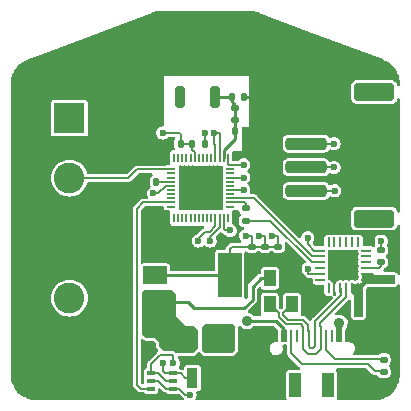
<source format=gbr>
%TF.GenerationSoftware,KiCad,Pcbnew,(6.0.0-0)*%
%TF.CreationDate,2022-12-06T19:34:54+01:00*%
%TF.ProjectId,esp32-led,65737033-322d-46c6-9564-2e6b69636164,rev?*%
%TF.SameCoordinates,Original*%
%TF.FileFunction,Copper,L1,Top*%
%TF.FilePolarity,Positive*%
%FSLAX46Y46*%
G04 Gerber Fmt 4.6, Leading zero omitted, Abs format (unit mm)*
G04 Created by KiCad (PCBNEW (6.0.0-0)) date 2022-12-06 19:34:54*
%MOMM*%
%LPD*%
G01*
G04 APERTURE LIST*
G04 Aperture macros list*
%AMRoundRect*
0 Rectangle with rounded corners*
0 $1 Rounding radius*
0 $2 $3 $4 $5 $6 $7 $8 $9 X,Y pos of 4 corners*
0 Add a 4 corners polygon primitive as box body*
4,1,4,$2,$3,$4,$5,$6,$7,$8,$9,$2,$3,0*
0 Add four circle primitives for the rounded corners*
1,1,$1+$1,$2,$3*
1,1,$1+$1,$4,$5*
1,1,$1+$1,$6,$7*
1,1,$1+$1,$8,$9*
0 Add four rect primitives between the rounded corners*
20,1,$1+$1,$2,$3,$4,$5,0*
20,1,$1+$1,$4,$5,$6,$7,0*
20,1,$1+$1,$6,$7,$8,$9,0*
20,1,$1+$1,$8,$9,$2,$3,0*%
G04 Aperture macros list end*
%TA.AperFunction,SMDPad,CuDef*%
%ADD10RoundRect,0.140000X-0.140000X-0.170000X0.140000X-0.170000X0.140000X0.170000X-0.140000X0.170000X0*%
%TD*%
%TA.AperFunction,ComponentPad*%
%ADD11R,2.600000X2.600000*%
%TD*%
%TA.AperFunction,ComponentPad*%
%ADD12C,2.600000*%
%TD*%
%TA.AperFunction,SMDPad,CuDef*%
%ADD13RoundRect,0.200000X0.200000X0.700000X-0.200000X0.700000X-0.200000X-0.700000X0.200000X-0.700000X0*%
%TD*%
%TA.AperFunction,SMDPad,CuDef*%
%ADD14R,1.200000X1.400000*%
%TD*%
%TA.AperFunction,SMDPad,CuDef*%
%ADD15R,1.000000X1.400000*%
%TD*%
%TA.AperFunction,SMDPad,CuDef*%
%ADD16RoundRect,0.062500X0.062500X-0.350000X0.062500X0.350000X-0.062500X0.350000X-0.062500X-0.350000X0*%
%TD*%
%TA.AperFunction,SMDPad,CuDef*%
%ADD17RoundRect,0.062500X0.350000X-0.062500X0.350000X0.062500X-0.350000X0.062500X-0.350000X-0.062500X0*%
%TD*%
%TA.AperFunction,ComponentPad*%
%ADD18C,0.600000*%
%TD*%
%TA.AperFunction,SMDPad,CuDef*%
%ADD19R,2.600000X2.600000*%
%TD*%
%TA.AperFunction,SMDPad,CuDef*%
%ADD20R,0.900000X1.700000*%
%TD*%
%TA.AperFunction,SMDPad,CuDef*%
%ADD21RoundRect,0.140000X-0.170000X0.140000X-0.170000X-0.140000X0.170000X-0.140000X0.170000X0.140000X0*%
%TD*%
%TA.AperFunction,ComponentPad*%
%ADD22C,4.400000*%
%TD*%
%TA.AperFunction,SMDPad,CuDef*%
%ADD23RoundRect,0.135000X-0.185000X0.135000X-0.185000X-0.135000X0.185000X-0.135000X0.185000X0.135000X0*%
%TD*%
%TA.AperFunction,SMDPad,CuDef*%
%ADD24RoundRect,0.135000X0.135000X0.185000X-0.135000X0.185000X-0.135000X-0.185000X0.135000X-0.185000X0*%
%TD*%
%TA.AperFunction,SMDPad,CuDef*%
%ADD25RoundRect,0.140000X0.140000X0.170000X-0.140000X0.170000X-0.140000X-0.170000X0.140000X-0.170000X0*%
%TD*%
%TA.AperFunction,SMDPad,CuDef*%
%ADD26R,1.000000X2.000000*%
%TD*%
%TA.AperFunction,SMDPad,CuDef*%
%ADD27R,0.520000X1.000000*%
%TD*%
%TA.AperFunction,SMDPad,CuDef*%
%ADD28R,0.270000X1.000000*%
%TD*%
%TA.AperFunction,ComponentPad*%
%ADD29O,1.300000X2.300000*%
%TD*%
%TA.AperFunction,ComponentPad*%
%ADD30O,1.300000X2.600000*%
%TD*%
%TA.AperFunction,SMDPad,CuDef*%
%ADD31R,3.750000X3.750000*%
%TD*%
%TA.AperFunction,SMDPad,CuDef*%
%ADD32R,0.800000X0.150000*%
%TD*%
%TA.AperFunction,SMDPad,CuDef*%
%ADD33R,0.150000X0.800000*%
%TD*%
%TA.AperFunction,SMDPad,CuDef*%
%ADD34RoundRect,0.225000X-0.250000X0.225000X-0.250000X-0.225000X0.250000X-0.225000X0.250000X0.225000X0*%
%TD*%
%TA.AperFunction,SMDPad,CuDef*%
%ADD35RoundRect,0.135000X0.185000X-0.135000X0.185000X0.135000X-0.185000X0.135000X-0.185000X-0.135000X0*%
%TD*%
%TA.AperFunction,SMDPad,CuDef*%
%ADD36RoundRect,0.250000X1.500000X-0.250000X1.500000X0.250000X-1.500000X0.250000X-1.500000X-0.250000X0*%
%TD*%
%TA.AperFunction,SMDPad,CuDef*%
%ADD37RoundRect,0.250001X1.449999X-0.499999X1.449999X0.499999X-1.449999X0.499999X-1.449999X-0.499999X0*%
%TD*%
%TA.AperFunction,SMDPad,CuDef*%
%ADD38RoundRect,0.250000X0.350000X0.450000X-0.350000X0.450000X-0.350000X-0.450000X0.350000X-0.450000X0*%
%TD*%
%TA.AperFunction,SMDPad,CuDef*%
%ADD39RoundRect,0.147500X-0.172500X0.147500X-0.172500X-0.147500X0.172500X-0.147500X0.172500X0.147500X0*%
%TD*%
%TA.AperFunction,SMDPad,CuDef*%
%ADD40R,0.650000X0.400000*%
%TD*%
%TA.AperFunction,SMDPad,CuDef*%
%ADD41R,2.000000X1.500000*%
%TD*%
%TA.AperFunction,SMDPad,CuDef*%
%ADD42R,2.000000X3.800000*%
%TD*%
%TA.AperFunction,ViaPad*%
%ADD43C,0.600000*%
%TD*%
%TA.AperFunction,ViaPad*%
%ADD44C,0.685800*%
%TD*%
%TA.AperFunction,ViaPad*%
%ADD45C,0.889000*%
%TD*%
%TA.AperFunction,Conductor*%
%ADD46C,0.261112*%
%TD*%
%TA.AperFunction,Conductor*%
%ADD47C,0.293370*%
%TD*%
%TA.AperFunction,Conductor*%
%ADD48C,0.127000*%
%TD*%
%TA.AperFunction,Conductor*%
%ADD49C,0.254000*%
%TD*%
%TA.AperFunction,Conductor*%
%ADD50C,0.152400*%
%TD*%
%TA.AperFunction,Conductor*%
%ADD51C,0.508000*%
%TD*%
G04 APERTURE END LIST*
D10*
%TO.P,C1,1*%
%TO.N,/ESP32-U4WDH/ANTENNA*%
X24585000Y27175000D03*
%TO.P,C1,2*%
%TO.N,GND*%
X25545000Y27175000D03*
%TD*%
D11*
%TO.P,J2,1,Pin_1*%
%TO.N,+5V*%
X10795000Y25360000D03*
D12*
%TO.P,J2,2,Pin_2*%
%TO.N,GPIO26*%
X10795000Y20280000D03*
%TO.P,J2,3,Pin_3*%
%TO.N,GND*%
X10795000Y15200000D03*
%TO.P,J2,4,Pin_4*%
%TO.N,+5V*%
X10795000Y10120000D03*
%TO.P,J2,5,Pin_5*%
%TO.N,GND*%
X10795000Y5040000D03*
%TD*%
D13*
%TO.P,A1,1,Feed-In*%
%TO.N,/ESP32-U4WDH/ANTENNA*%
X23120000Y27175000D03*
%TO.P,A1,2,NC*%
%TO.N,unconnected-(A1-Pad2)*%
X20120000Y27175000D03*
%TD*%
D14*
%TO.P,D1,1,A*%
%TO.N,GND*%
X29470000Y11800000D03*
D15*
%TO.P,D1,2,K*%
%TO.N,+5V*%
X27750000Y11800000D03*
%TO.P,D1,3,K*%
%TO.N,D-*%
X27750000Y9600000D03*
%TO.P,D1,4,K*%
%TO.N,D+*%
X29650000Y9600000D03*
%TD*%
D16*
%TO.P,U1,1,~{RI}/CLK*%
%TO.N,unconnected-(U1-Pad1)*%
X32730000Y10962500D03*
%TO.P,U1,2,GND*%
%TO.N,GND*%
X33230000Y10962500D03*
%TO.P,U1,3,D+*%
%TO.N,D+*%
X33730000Y10962500D03*
%TO.P,U1,4,D-*%
%TO.N,D-*%
X34230000Y10962500D03*
%TO.P,U1,5,VIO*%
%TO.N,+3V3*%
X34730000Y10962500D03*
%TO.P,U1,6,VDD*%
X35230000Y10962500D03*
D17*
%TO.P,U1,7,VREGIN*%
X35917500Y11650000D03*
%TO.P,U1,8,VBUS*%
X35917500Y12150000D03*
%TO.P,U1,9,~{RST}*%
%TO.N,/USB to UART /RST*%
X35917500Y12650000D03*
%TO.P,U1,10,NC*%
%TO.N,unconnected-(U1-Pad10)*%
X35917500Y13150000D03*
%TO.P,U1,11,~{WAKEUP}/GPIO.3*%
%TO.N,unconnected-(U1-Pad11)*%
X35917500Y13650000D03*
%TO.P,U1,12,RS485/GPIO.2*%
%TO.N,unconnected-(U1-Pad12)*%
X35917500Y14150000D03*
D16*
%TO.P,U1,13,~{RXT}/GPIO.1*%
%TO.N,unconnected-(U1-Pad13)*%
X35230000Y14837500D03*
%TO.P,U1,14,~{TXT}/GPIO.0*%
%TO.N,unconnected-(U1-Pad14)*%
X34730000Y14837500D03*
%TO.P,U1,15,~{SUSPEND}*%
%TO.N,unconnected-(U1-Pad15)*%
X34230000Y14837500D03*
%TO.P,U1,16,NC*%
%TO.N,unconnected-(U1-Pad16)*%
X33730000Y14837500D03*
%TO.P,U1,17,SUSPEND*%
%TO.N,unconnected-(U1-Pad17)*%
X33230000Y14837500D03*
%TO.P,U1,18,~{CTS}*%
%TO.N,unconnected-(U1-Pad18)*%
X32730000Y14837500D03*
D17*
%TO.P,U1,19,~{RTS}*%
%TO.N,/USB to UART /RTS*%
X32042500Y14150000D03*
%TO.P,U1,20,RXD*%
%TO.N,U0TXD*%
X32042500Y13650000D03*
%TO.P,U1,21,TXD*%
%TO.N,/USB to UART /TXD*%
X32042500Y13150000D03*
%TO.P,U1,22,~{DSR}*%
%TO.N,unconnected-(U1-Pad22)*%
X32042500Y12650000D03*
%TO.P,U1,23,~{DTR}*%
%TO.N,/USB to UART /DTR*%
X32042500Y12150000D03*
%TO.P,U1,24,~{DCD}*%
%TO.N,unconnected-(U1-Pad24)*%
X32042500Y11650000D03*
D18*
%TO.P,U1,25,GND*%
%TO.N,GND*%
X34730000Y13650000D03*
X33980000Y12900000D03*
X33230000Y13650000D03*
X33230000Y12150000D03*
X34730000Y12150000D03*
D19*
X33980000Y12900000D03*
%TD*%
D20*
%TO.P,SW1,1,1*%
%TO.N,EN*%
X21200000Y3350000D03*
%TO.P,SW1,2,2*%
%TO.N,GND*%
X24600000Y3350000D03*
%TD*%
D21*
%TO.P,C7,1*%
%TO.N,+3V3*%
X26250000Y14480000D03*
%TO.P,C7,2*%
%TO.N,GND*%
X26250000Y13520000D03*
%TD*%
D22*
%TO.P,H1,1,1*%
%TO.N,GND*%
X18300000Y31700000D03*
%TD*%
D23*
%TO.P,R7,1*%
%TO.N,/5V to 3.3V Power/CC1*%
X37400000Y3885000D03*
%TO.P,R7,2*%
%TO.N,GND*%
X37400000Y2865000D03*
%TD*%
D24*
%TO.P,R1,1*%
%TO.N,+3V3*%
X22230000Y23190000D03*
%TO.P,R1,2*%
%TO.N,EN*%
X21210000Y23190000D03*
%TD*%
D25*
%TO.P,C3,1*%
%TO.N,EN*%
X20200000Y23190000D03*
%TO.P,C3,2*%
%TO.N,GND*%
X19240000Y23190000D03*
%TD*%
D26*
%TO.P,J1,*%
%TO.N,*%
X32700000Y2750000D03*
X29900000Y2750000D03*
D27*
%TO.P,J1,A1,GND*%
%TO.N,GND*%
X28200000Y6950000D03*
%TO.P,J1,A4,VBUS*%
%TO.N,/5V to 3.3V Power/VBUS*%
X28950000Y6950000D03*
D28*
%TO.P,J1,A5,CC1*%
%TO.N,/5V to 3.3V Power/CC1*%
X29550000Y6950000D03*
%TO.P,J1,A6,D+*%
%TO.N,D+*%
X31050000Y6950000D03*
%TO.P,J1,A7,D-*%
%TO.N,D-*%
X32050000Y6950000D03*
%TO.P,J1,A8,SBU1*%
%TO.N,unconnected-(J1-PadA8)*%
X33050000Y6950000D03*
D27*
%TO.P,J1,A9,VBUS*%
%TO.N,/5V to 3.3V Power/VBUS*%
X33650000Y6950000D03*
%TO.P,J1,A12,GND*%
%TO.N,GND*%
X34400000Y6950000D03*
%TO.P,J1,B1,GND*%
X34400000Y6950000D03*
%TO.P,J1,B4,VBUS*%
%TO.N,/5V to 3.3V Power/VBUS*%
X33650000Y6950000D03*
D28*
%TO.P,J1,B5,CC2*%
%TO.N,/5V to 3.3V Power/CC2*%
X32550000Y6950000D03*
%TO.P,J1,B6,D+*%
%TO.N,D+*%
X31550000Y6950000D03*
%TO.P,J1,B7,D-*%
%TO.N,D-*%
X30550000Y6950000D03*
%TO.P,J1,B8,SBU2*%
%TO.N,unconnected-(J1-PadB8)*%
X30050000Y6950000D03*
D27*
%TO.P,J1,B9,VBUS*%
%TO.N,/5V to 3.3V Power/VBUS*%
X28950000Y6950000D03*
%TO.P,J1,B12,GND*%
%TO.N,GND*%
X28200000Y6950000D03*
D29*
%TO.P,J1,S1,SHIELD*%
X35620000Y6575000D03*
D30*
X35620000Y2750000D03*
X26980000Y2750000D03*
D29*
X26980000Y6575000D03*
%TD*%
D24*
%TO.P,R2,1*%
%TO.N,/ESP32-U4WDH/MTDI*%
X18150000Y19980000D03*
%TO.P,R2,2*%
%TO.N,GND*%
X17130000Y19980000D03*
%TD*%
D18*
%TO.P,IC1,49,EP*%
%TO.N,GND*%
X21925000Y18450000D03*
X20925000Y20450000D03*
X21925000Y19450000D03*
X22925000Y19450000D03*
X21925000Y20450000D03*
X22925000Y20450000D03*
D31*
X21925000Y19450000D03*
D18*
X20925000Y19450000D03*
X20925000Y18450000D03*
X22925000Y18450000D03*
D32*
%TO.P,IC1,48,CAP1*%
%TO.N,unconnected-(IC1-Pad48)*%
X24425000Y21025000D03*
%TO.P,IC1,47,CAP2*%
%TO.N,unconnected-(IC1-Pad47)*%
X24425000Y20675000D03*
%TO.P,IC1,46,VDDA_3*%
%TO.N,+3V3*%
X24425000Y20325000D03*
%TO.P,IC1,45,XTAL_P*%
%TO.N,unconnected-(IC1-Pad45)*%
X24425000Y19975000D03*
%TO.P,IC1,44,XTAL_N*%
%TO.N,unconnected-(IC1-Pad44)*%
X24425000Y19625000D03*
%TO.P,IC1,43,VDDA_2*%
%TO.N,+3V3*%
X24425000Y19275000D03*
%TO.P,IC1,42,GPIO21*%
%TO.N,unconnected-(IC1-Pad42)*%
X24425000Y18925000D03*
%TO.P,IC1,41,U0TXD*%
%TO.N,U0TXD*%
X24425000Y18575000D03*
%TO.P,IC1,40,U0RXD*%
%TO.N,U0RXD*%
X24425000Y18225000D03*
%TO.P,IC1,39,GPIO22*%
%TO.N,unconnected-(IC1-Pad39)*%
X24425000Y17875000D03*
D33*
%TO.P,IC1,38,GPIO19*%
%TO.N,unconnected-(IC1-Pad38)*%
X24200000Y16900000D03*
%TO.P,IC1,37,VDD3P3_CPU*%
%TO.N,+3V3*%
X23850000Y16900000D03*
%TO.P,IC1,36,GPIO23*%
%TO.N,SDA*%
X23500000Y16900000D03*
%TO.P,IC1,35,GPIO18*%
%TO.N,SCL*%
X23150000Y16900000D03*
%TO.P,IC1,34,GPIO5*%
%TO.N,unconnected-(IC1-Pad34)*%
X22800000Y16900000D03*
%TO.P,IC1,33,SD_DATA_1*%
%TO.N,unconnected-(IC1-Pad33)*%
X22450000Y16900000D03*
%TO.P,IC1,32,SD_DATA_0*%
%TO.N,unconnected-(IC1-Pad32)*%
X22100000Y16900000D03*
%TO.P,IC1,31,SD_CLK*%
%TO.N,unconnected-(IC1-Pad31)*%
X21750000Y16900000D03*
%TO.P,IC1,30,SD_CMD*%
%TO.N,unconnected-(IC1-Pad30)*%
X21400000Y16900000D03*
%TO.P,IC1,29,SD_DATA_3*%
%TO.N,unconnected-(IC1-Pad29)*%
X21050000Y16900000D03*
%TO.P,IC1,28,SD_DATA_2*%
%TO.N,unconnected-(IC1-Pad28)*%
X20700000Y16900000D03*
%TO.P,IC1,27,GPIO17*%
%TO.N,unconnected-(IC1-Pad27)*%
X20350000Y16900000D03*
%TO.P,IC1,26,VDD_SDIO*%
%TO.N,unconnected-(IC1-Pad26)*%
X20000000Y16900000D03*
%TO.P,IC1,25,GPIO16*%
%TO.N,unconnected-(IC1-Pad25)*%
X19650000Y16900000D03*
D32*
%TO.P,IC1,24,GPIO4*%
%TO.N,unconnected-(IC1-Pad24)*%
X19425000Y17875000D03*
%TO.P,IC1,23,GPIO0*%
%TO.N,GPIO0*%
X19425000Y18225000D03*
%TO.P,IC1,22,GPIO2*%
%TO.N,unconnected-(IC1-Pad22)*%
X19425000Y18575000D03*
%TO.P,IC1,21,MTDO*%
%TO.N,unconnected-(IC1-Pad21)*%
X19425000Y18925000D03*
%TO.P,IC1,20,MTCK*%
%TO.N,unconnected-(IC1-Pad20)*%
X19425000Y19275000D03*
%TO.P,IC1,19,VDD3P3_RTC*%
%TO.N,+3V3*%
X19425000Y19625000D03*
%TO.P,IC1,18,MTDI*%
%TO.N,/ESP32-U4WDH/MTDI*%
X19425000Y19975000D03*
%TO.P,IC1,17,MTMS*%
%TO.N,unconnected-(IC1-Pad17)*%
X19425000Y20325000D03*
%TO.P,IC1,16,GPIO27*%
%TO.N,unconnected-(IC1-Pad16)*%
X19425000Y20675000D03*
%TO.P,IC1,15,GPIO26*%
%TO.N,GPIO26*%
X19425000Y21025000D03*
D33*
%TO.P,IC1,14,GPIO25*%
%TO.N,unconnected-(IC1-Pad14)*%
X19650000Y22000000D03*
%TO.P,IC1,13,32K_XN*%
%TO.N,unconnected-(IC1-Pad13)*%
X20000000Y22000000D03*
%TO.P,IC1,12,32K_XP*%
%TO.N,unconnected-(IC1-Pad12)*%
X20350000Y22000000D03*
%TO.P,IC1,11,VDET_2*%
%TO.N,unconnected-(IC1-Pad11)*%
X20700000Y22000000D03*
%TO.P,IC1,10,VDET_1*%
%TO.N,unconnected-(IC1-Pad10)*%
X21050000Y22000000D03*
%TO.P,IC1,9,CHIP_PU*%
%TO.N,EN*%
X21400000Y22000000D03*
%TO.P,IC1,8,SENSOR_VN*%
%TO.N,unconnected-(IC1-Pad8)*%
X21750000Y22000000D03*
%TO.P,IC1,7,SENSOR_CAPN*%
%TO.N,unconnected-(IC1-Pad7)*%
X22100000Y22000000D03*
%TO.P,IC1,6,SENSOR_CAPP*%
%TO.N,unconnected-(IC1-Pad6)*%
X22450000Y22000000D03*
%TO.P,IC1,5,SENSOR_VP*%
%TO.N,unconnected-(IC1-Pad5)*%
X22800000Y22000000D03*
%TO.P,IC1,4,VDD3P3_2*%
%TO.N,+3V3*%
X23150000Y22000000D03*
%TO.P,IC1,3,VDD3P3_1*%
X23500000Y22000000D03*
%TO.P,IC1,2,LNA_IN*%
%TO.N,/ESP32-U4WDH/ANTENNA*%
X23850000Y22000000D03*
%TO.P,IC1,1,VDDA_1*%
%TO.N,+3V3*%
X24200000Y22000000D03*
%TD*%
D21*
%TO.P,C8,1*%
%TO.N,+3V3*%
X27350000Y14480000D03*
%TO.P,C8,2*%
%TO.N,GND*%
X27350000Y13520000D03*
%TD*%
%TO.P,C4,1*%
%TO.N,+3V3*%
X37180000Y11680000D03*
%TO.P,C4,2*%
%TO.N,GND*%
X37180000Y10720000D03*
%TD*%
D34*
%TO.P,C6,1*%
%TO.N,+5V*%
X17550000Y7625000D03*
%TO.P,C6,2*%
%TO.N,GND*%
X17550000Y6075000D03*
%TD*%
D35*
%TO.P,R6,1*%
%TO.N,/5V to 3.3V Power/CC2*%
X37400000Y4915000D03*
%TO.P,R6,2*%
%TO.N,GND*%
X37400000Y5935000D03*
%TD*%
D36*
%TO.P,J3,1,Pin_1*%
%TO.N,SCL*%
X30850000Y19200000D03*
%TO.P,J3,2,Pin_2*%
%TO.N,SDA*%
X30850000Y21200000D03*
%TO.P,J3,3,Pin_3*%
%TO.N,+3V3*%
X30850000Y23200000D03*
%TO.P,J3,4,Pin_4*%
%TO.N,GND*%
X30850000Y25200000D03*
D37*
%TO.P,J3,MP*%
%TO.N,N/C*%
X36600000Y27550000D03*
X36600000Y16850000D03*
%TD*%
D38*
%TO.P,R5,1*%
%TO.N,/5V to 3.3V Power/VBUS*%
X22750000Y6750000D03*
%TO.P,R5,2*%
%TO.N,+5V*%
X20750000Y6750000D03*
%TD*%
D10*
%TO.P,C5,1*%
%TO.N,+3V3*%
X35200000Y9700000D03*
%TO.P,C5,2*%
%TO.N,GND*%
X36160000Y9700000D03*
%TD*%
D23*
%TO.P,R3,1*%
%TO.N,+3V3*%
X37180000Y14210000D03*
%TO.P,R3,2*%
%TO.N,/USB to UART /RST*%
X37180000Y13190000D03*
%TD*%
D39*
%TO.P,L1,1,1*%
%TO.N,/ESP32-U4WDH/ANTENNA*%
X24815000Y26210000D03*
%TO.P,L1,2,2*%
X24815000Y25240000D03*
%TD*%
D22*
%TO.P,H2,1,1*%
%TO.N,GND*%
X26300000Y31700000D03*
%TD*%
D21*
%TO.P,C9,1*%
%TO.N,+3V3*%
X28450000Y14480000D03*
%TO.P,C9,2*%
%TO.N,GND*%
X28450000Y13520000D03*
%TD*%
D35*
%TO.P,R4,1*%
%TO.N,/USB to UART /TXD*%
X25700000Y16690000D03*
%TO.P,R4,2*%
%TO.N,U0RXD*%
X25700000Y17710000D03*
%TD*%
D10*
%TO.P,C2,1*%
%TO.N,/ESP32-U4WDH/ANTENNA*%
X24780000Y24250000D03*
%TO.P,C2,2*%
%TO.N,GND*%
X25740000Y24250000D03*
%TD*%
D40*
%TO.P,Q1,1,E2*%
%TO.N,/USB to UART /RTS*%
X17700000Y3750000D03*
%TO.P,Q1,2,B2*%
%TO.N,/USB to UART /DTR*%
X17700000Y3100000D03*
%TO.P,Q1,3,C1*%
%TO.N,GPIO0*%
X17700000Y2450000D03*
%TO.P,Q1,4,E1*%
%TO.N,/USB to UART /DTR*%
X19600000Y2450000D03*
%TO.P,Q1,5,B1*%
%TO.N,/USB to UART /RTS*%
X19600000Y3100000D03*
%TO.P,Q1,6,C2*%
%TO.N,EN*%
X19600000Y3750000D03*
%TD*%
D41*
%TO.P,U2,1,GND*%
%TO.N,GND*%
X18050000Y14350000D03*
D42*
%TO.P,U2,2,VO*%
%TO.N,+3V3*%
X24350000Y12050000D03*
D41*
X18050000Y12050000D03*
%TO.P,U2,3,VI*%
%TO.N,+5V*%
X18050000Y9750000D03*
%TD*%
D43*
%TO.N,GND*%
X37400000Y2100000D03*
X19450000Y14800000D03*
X23650000Y3900000D03*
X19450000Y13900000D03*
X37400000Y6750000D03*
X29400000Y13200000D03*
X23650000Y2800000D03*
D44*
X26390000Y27100000D03*
D43*
X29400000Y14000000D03*
X17200000Y4950000D03*
X26250000Y12650000D03*
D44*
X26390000Y25100000D03*
D43*
X37080000Y9800000D03*
%TO.N,EN*%
X18700000Y4650000D03*
X18700000Y24100000D03*
%TO.N,+3V3*%
X25550000Y20325000D03*
X26800000Y15400000D03*
X23050000Y24100000D03*
X37180000Y14950000D03*
X25700000Y15400000D03*
X22250000Y24100000D03*
X24400000Y15850000D03*
X37980000Y11680000D03*
X27900000Y15400000D03*
X17900000Y19000000D03*
X25550000Y21400000D03*
X33200000Y23200000D03*
X25560000Y19275000D03*
X35280000Y8900000D03*
%TO.N,SCL*%
X33250000Y19200000D03*
X21700000Y14950000D03*
%TO.N,SDA*%
X22700000Y14950000D03*
X33200000Y21200000D03*
D45*
%TO.N,+5V*%
X19225000Y7275000D03*
X19225000Y6200000D03*
%TO.N,/5V to 3.3V Power/VBUS*%
X24350000Y7250000D03*
X24350000Y6175000D03*
X33650000Y8000000D03*
X25800000Y8200000D03*
D43*
%TO.N,/USB to UART /RTS*%
X19600000Y4650000D03*
X30975000Y15225000D03*
%TO.N,/USB to UART /DTR*%
X31000000Y12600000D03*
X21000000Y1950000D03*
%TD*%
D46*
%TO.N,GND*%
X26315000Y27175000D02*
X26390000Y27100000D01*
X26390000Y25100000D02*
X26390000Y24400000D01*
X25545000Y27175000D02*
X26315000Y27175000D01*
X26390000Y24400000D02*
X26240000Y24250000D01*
X26240000Y24250000D02*
X25740000Y24250000D01*
D47*
%TO.N,/ESP32-U4WDH/ANTENNA*%
X23120000Y27175000D02*
X24585000Y27175000D01*
X23850000Y22000000D02*
X23850000Y22700000D01*
X24585000Y26685000D02*
X24585000Y27175000D01*
X24815000Y25240000D02*
X24815000Y26210000D01*
X24815000Y26210000D02*
X24815000Y26455000D01*
X24780000Y25205000D02*
X24815000Y25240000D01*
X24780000Y23630000D02*
X24780000Y24250000D01*
X23850000Y22700000D02*
X24780000Y23630000D01*
X24815000Y26455000D02*
X24585000Y26685000D01*
X24780000Y24250000D02*
X24780000Y25205000D01*
D48*
%TO.N,EN*%
X21400000Y22500000D02*
X21200000Y22700000D01*
X21400000Y22000000D02*
X21400000Y22500000D01*
X18700000Y3950000D02*
X18900000Y3750000D01*
X20200000Y23190000D02*
X21210000Y23190000D01*
X20075000Y24100000D02*
X18700000Y24100000D01*
X21200000Y22700000D02*
X21200000Y23180000D01*
X21200000Y23180000D02*
X21210000Y23190000D01*
X20600000Y3350000D02*
X21200000Y3350000D01*
X18700000Y4650000D02*
X18700000Y3950000D01*
X20200000Y23190000D02*
X20200000Y23975000D01*
X20200000Y23975000D02*
X20075000Y24100000D01*
X18900000Y3750000D02*
X19600000Y3750000D01*
X19600000Y3750000D02*
X20200000Y3750000D01*
X20200000Y3750000D02*
X20600000Y3350000D01*
%TO.N,+3V3*%
X26250000Y15300000D02*
X26250000Y14480000D01*
X23850000Y15950000D02*
X23850000Y16900000D01*
X26250000Y14480000D02*
X24580000Y14480000D01*
X18300000Y19000000D02*
X18925000Y19625000D01*
X23450000Y24100000D02*
X23050000Y24100000D01*
X25700000Y15400000D02*
X26150000Y15400000D01*
X27900000Y15400000D02*
X28350000Y15400000D01*
X24580000Y14480000D02*
X24350000Y14250000D01*
X28450000Y15300000D02*
X28450000Y14480000D01*
X27250000Y15400000D02*
X27350000Y15300000D01*
X27350000Y14480000D02*
X26250000Y14480000D01*
X26150000Y15400000D02*
X26250000Y15300000D01*
X23500000Y22000000D02*
X23500000Y24050000D01*
X23500000Y24050000D02*
X23450000Y24100000D01*
X18925000Y19625000D02*
X19425000Y19625000D01*
X26800000Y15400000D02*
X27250000Y15400000D01*
X23050000Y23150000D02*
X23050000Y24100000D01*
X33200000Y23200000D02*
X30850000Y23200000D01*
X24200000Y21500000D02*
X24300000Y21400000D01*
X17900000Y19000000D02*
X18300000Y19000000D01*
X28350000Y15400000D02*
X28450000Y15300000D01*
X22250000Y24100000D02*
X22250000Y23210000D01*
X25560000Y19275000D02*
X24425000Y19275000D01*
X24300000Y21400000D02*
X25550000Y21400000D01*
X24200000Y22000000D02*
X24200000Y21500000D01*
X37180000Y14950000D02*
X37180000Y14210000D01*
X24350000Y14250000D02*
X24350000Y12050000D01*
X23150000Y22000000D02*
X23150000Y23050000D01*
X23150000Y23050000D02*
X23050000Y23150000D01*
X25550000Y20325000D02*
X24425000Y20325000D01*
X28450000Y14480000D02*
X27350000Y14480000D01*
X24400000Y15850000D02*
X23950000Y15850000D01*
X23950000Y15850000D02*
X23850000Y15950000D01*
X22250000Y23210000D02*
X22230000Y23190000D01*
X27350000Y15300000D02*
X27350000Y14480000D01*
D49*
X18050000Y12050000D02*
X24350000Y12050000D01*
D50*
%TO.N,D-*%
X30596800Y7673739D02*
X30596800Y7361800D01*
X34183201Y10195831D02*
X34183201Y10915701D01*
X31650000Y5400000D02*
X32050000Y5800000D01*
X30550000Y7315000D02*
X30550000Y6950000D01*
X32050000Y7700001D02*
X32003200Y7746801D01*
X32003200Y8015830D02*
X34183201Y10195831D01*
X30373739Y7896800D02*
X30596800Y7673739D01*
X28496799Y8853201D02*
X28496800Y8515830D01*
X28496800Y8515830D02*
X29115830Y7896800D01*
X31000000Y5400000D02*
X31650000Y5400000D01*
X32050000Y6950000D02*
X32050000Y7700001D01*
X27750000Y9600000D02*
X28496799Y8853201D01*
X32003200Y7746801D02*
X32003200Y8015830D01*
X30550000Y6950000D02*
X30550000Y5850000D01*
X29115830Y7896800D02*
X30373739Y7896800D01*
X30596800Y7361800D02*
X30550000Y7315000D01*
X34183201Y10915701D02*
X34230000Y10962500D01*
X30550000Y5850000D02*
X31000000Y5400000D01*
X32050000Y5800000D02*
X32050000Y6950000D01*
D48*
%TO.N,/ESP32-U4WDH/MTDI*%
X18150000Y19980000D02*
X18155000Y19975000D01*
X18155000Y19975000D02*
X19425000Y19975000D01*
%TO.N,GPIO0*%
X17025000Y18225000D02*
X19425000Y18225000D01*
X16500000Y17700000D02*
X17025000Y18225000D01*
X16500000Y2800000D02*
X16500000Y17700000D01*
X16850000Y2450000D02*
X16500000Y2800000D01*
X17700000Y2450000D02*
X16850000Y2450000D01*
%TO.N,SCL*%
X21700000Y15150000D02*
X21700000Y14950000D01*
X22250000Y15700000D02*
X21700000Y15150000D01*
X23150000Y16200000D02*
X22650000Y15700000D01*
X22650000Y15700000D02*
X22250000Y15700000D01*
X30850000Y19200000D02*
X33250000Y19200000D01*
X23150000Y16900000D02*
X23150000Y16200000D01*
%TO.N,SDA*%
X22700000Y15300000D02*
X22700000Y14950000D01*
X23500000Y16100000D02*
X22700000Y15300000D01*
X33200000Y21200000D02*
X30850000Y21200000D01*
X23500000Y16900000D02*
X23500000Y16100000D01*
%TO.N,U0RXD*%
X25575000Y18225000D02*
X24425000Y18225000D01*
X25700000Y18100000D02*
X25575000Y18225000D01*
X25700000Y17710000D02*
X25700000Y18100000D01*
%TO.N,U0TXD*%
X24425000Y18575000D02*
X26425000Y18575000D01*
X31350000Y13650000D02*
X32042500Y13650000D01*
X26425000Y18575000D02*
X31350000Y13650000D01*
D47*
%TO.N,+5V*%
X18050000Y9750000D02*
X20850000Y9750000D01*
X27000000Y11800000D02*
X27750000Y11800000D01*
X26300000Y11100000D02*
X27000000Y11800000D01*
X20850000Y9750000D02*
X21300000Y9300000D01*
X26300000Y10000000D02*
X26300000Y11100000D01*
X25600000Y9300000D02*
X26300000Y10000000D01*
X21300000Y9300000D02*
X25600000Y9300000D01*
D51*
%TO.N,/5V to 3.3V Power/VBUS*%
X33650000Y8000000D02*
X33650000Y6950000D01*
D47*
X28256392Y8200000D02*
X25800000Y8200000D01*
X28950000Y7506392D02*
X28256392Y8200000D01*
X28950000Y6950000D02*
X28950000Y7506392D01*
D48*
%TO.N,/USB to UART /RTS*%
X17700000Y3750000D02*
X17700000Y4550000D01*
X32042500Y14150000D02*
X31525000Y14150000D01*
X18450000Y5300000D02*
X19500000Y5300000D01*
X19500000Y5300000D02*
X19600000Y5200000D01*
X18275000Y3750000D02*
X18925000Y3100000D01*
X30975000Y14700000D02*
X31525000Y14150000D01*
X18925000Y3100000D02*
X19600000Y3100000D01*
X17700000Y3750000D02*
X18275000Y3750000D01*
X19600000Y5200000D02*
X19600000Y4650000D01*
X30975000Y14700000D02*
X30975000Y15225000D01*
X17700000Y4550000D02*
X18450000Y5300000D01*
%TO.N,/USB to UART /DTR*%
X19600000Y2450000D02*
X18975000Y2450000D01*
X31050000Y12150000D02*
X31000000Y12200000D01*
X18325000Y3100000D02*
X17700000Y3100000D01*
X18975000Y2450000D02*
X18325000Y3100000D01*
X31000000Y12200000D02*
X31000000Y12600000D01*
X32042500Y12150000D02*
X31050000Y12150000D01*
X20600000Y1950000D02*
X21000000Y1950000D01*
X20100000Y2450000D02*
X20600000Y1950000D01*
X19600000Y2450000D02*
X20100000Y2450000D01*
D50*
%TO.N,/5V to 3.3V Power/CC1*%
X29550000Y5450000D02*
X29550000Y6950000D01*
X36100000Y4500000D02*
X30500000Y4500000D01*
X37400000Y3910000D02*
X36690000Y3910000D01*
X36690000Y3910000D02*
X36100000Y4500000D01*
X30500000Y4500000D02*
X29550000Y5450000D01*
%TO.N,/5V to 3.3V Power/CC2*%
X32550000Y5700000D02*
X33310000Y4940000D01*
X32550000Y6950000D02*
X32550000Y5700000D01*
X33310000Y4940000D02*
X37400000Y4940000D01*
D48*
%TO.N,/USB to UART /RST*%
X37180000Y12800000D02*
X37030000Y12650000D01*
X37030000Y12650000D02*
X35917500Y12650000D01*
X37180000Y13190000D02*
X37180000Y12800000D01*
%TO.N,/USB to UART /TXD*%
X25700000Y16690000D02*
X27810000Y16690000D01*
X27810000Y16690000D02*
X31350000Y13150000D01*
X31350000Y13150000D02*
X32042500Y13150000D01*
D50*
%TO.N,D+*%
X31200000Y5900000D02*
X31400000Y5900000D01*
X31596800Y7746801D02*
X31596800Y8184170D01*
X31550000Y7700001D02*
X31596800Y7746801D01*
X31550000Y6050000D02*
X31550000Y6950000D01*
X31550000Y6950000D02*
X31550000Y7700001D01*
X31050000Y6950000D02*
X31050000Y6050000D01*
X28903201Y8853201D02*
X28903200Y8684170D01*
X33776799Y10364169D02*
X33776799Y10915701D01*
X30542079Y8303200D02*
X31003200Y7842079D01*
X31003200Y7361800D02*
X31050000Y7315000D01*
X31400000Y5900000D02*
X31550000Y6050000D01*
X33776799Y10915701D02*
X33730000Y10962500D01*
X28903200Y8684170D02*
X29284170Y8303200D01*
X31003200Y7842079D02*
X31003200Y7361800D01*
X29650000Y9600000D02*
X28903201Y8853201D01*
X29284170Y8303200D02*
X30542079Y8303200D01*
X31050000Y7315000D02*
X31050000Y6950000D01*
X31596800Y8184170D02*
X33776799Y10364169D01*
X31050000Y6050000D02*
X31200000Y5900000D01*
D48*
%TO.N,GPIO26*%
X15780000Y20280000D02*
X10795000Y20280000D01*
X16525000Y21025000D02*
X15780000Y20280000D01*
X19425000Y21025000D02*
X16525000Y21025000D01*
%TD*%
%TA.AperFunction,Conductor*%
%TO.N,/5V to 3.3V Power/VBUS*%
G36*
X24569409Y7929998D02*
G01*
X24586044Y7917233D01*
X24590596Y7913095D01*
X24783757Y7737494D01*
X24820707Y7676871D01*
X24825000Y7644262D01*
X24825000Y5755738D01*
X24804998Y5687617D01*
X24783757Y5662506D01*
X24586045Y5482768D01*
X24522185Y5451745D01*
X24501288Y5450000D01*
X22352190Y5450000D01*
X22284069Y5470002D01*
X22263095Y5486905D01*
X22086905Y5663095D01*
X22052879Y5725407D01*
X22050000Y5752190D01*
X22050000Y7647810D01*
X22070002Y7715931D01*
X22086905Y7736905D01*
X22263095Y7913095D01*
X22325407Y7947121D01*
X22352190Y7950000D01*
X24501288Y7950000D01*
X24569409Y7929998D01*
G37*
%TD.AperFunction*%
%TD*%
%TA.AperFunction,Conductor*%
%TO.N,+5V*%
G36*
X19515931Y10779998D02*
G01*
X19536905Y10763095D01*
X19763095Y10536905D01*
X19797121Y10474593D01*
X19800000Y10447810D01*
X19800000Y8600000D01*
X20600000Y7800000D01*
X21247810Y7800000D01*
X21315931Y7779998D01*
X21336905Y7763095D01*
X21663095Y7436905D01*
X21697121Y7374593D01*
X21700000Y7347810D01*
X21700000Y5952190D01*
X21679998Y5884069D01*
X21663095Y5863095D01*
X21336905Y5536905D01*
X21274593Y5502879D01*
X21247810Y5500000D01*
X19806054Y5500000D01*
X19737933Y5520002D01*
X19723688Y5532544D01*
X19723089Y5531830D01*
X19714647Y5538914D01*
X19707560Y5547360D01*
X19698015Y5552871D01*
X19698011Y5552874D01*
X19675790Y5565703D01*
X19666520Y5571608D01*
X19645496Y5586329D01*
X19636466Y5592652D01*
X19625814Y5595506D01*
X19622953Y5596840D01*
X19619987Y5597919D01*
X19610440Y5603432D01*
X19599584Y5605346D01*
X19599579Y5605348D01*
X19574310Y5609804D01*
X19563581Y5612182D01*
X19538794Y5618823D01*
X19528143Y5621677D01*
X19495522Y5618823D01*
X19491590Y5618479D01*
X19480608Y5618000D01*
X18834190Y5618000D01*
X18766069Y5638002D01*
X18745095Y5654905D01*
X18436905Y5963095D01*
X18402879Y6025407D01*
X18400000Y6052190D01*
X18400000Y6400000D01*
X18100000Y6700000D01*
X18089350Y6700000D01*
X18074634Y6708036D01*
X18049234Y6718040D01*
X18047691Y6715222D01*
X18039823Y6719530D01*
X18032635Y6724917D01*
X18024227Y6728069D01*
X18024225Y6728070D01*
X17911419Y6770358D01*
X17911418Y6770358D01*
X17904024Y6773130D01*
X17896174Y6773983D01*
X17896173Y6773983D01*
X17848786Y6779131D01*
X17848785Y6779131D01*
X17845389Y6779500D01*
X17751479Y6779500D01*
X17272691Y6779499D01*
X17204570Y6799501D01*
X17183596Y6816404D01*
X16936905Y7063095D01*
X16902879Y7125407D01*
X16900000Y7152190D01*
X16900000Y10547810D01*
X16920002Y10615931D01*
X16936905Y10636905D01*
X17063095Y10763095D01*
X17125407Y10797121D01*
X17152190Y10800000D01*
X19447810Y10800000D01*
X19515931Y10779998D01*
G37*
%TD.AperFunction*%
%TD*%
%TA.AperFunction,Conductor*%
%TO.N,+3V3*%
G36*
X36509934Y12269506D02*
G01*
X36517275Y12262725D01*
X36680000Y12100000D01*
X38227810Y12100000D01*
X38295931Y12079998D01*
X38316905Y12063095D01*
X38343095Y12036905D01*
X38377121Y11974593D01*
X38380000Y11947810D01*
X38380000Y11452190D01*
X38359998Y11384069D01*
X38343095Y11363095D01*
X38316905Y11336905D01*
X38254593Y11302879D01*
X38227810Y11300000D01*
X35880000Y11300000D01*
X35680000Y11100000D01*
X35680000Y10101923D01*
X35666267Y10044720D01*
X35640132Y9993427D01*
X35638581Y9983637D01*
X35638581Y9983636D01*
X35634505Y9957899D01*
X35625500Y9901045D01*
X35625501Y9498956D01*
X35640132Y9406573D01*
X35644635Y9397736D01*
X35644635Y9397735D01*
X35666267Y9355280D01*
X35680000Y9298077D01*
X35680000Y8652190D01*
X35659998Y8584069D01*
X35643095Y8563095D01*
X35616905Y8536905D01*
X35554593Y8502879D01*
X35527810Y8500000D01*
X35032190Y8500000D01*
X34964069Y8520002D01*
X34943095Y8536905D01*
X34916905Y8563095D01*
X34882879Y8625407D01*
X34880000Y8652190D01*
X34880000Y10400000D01*
X34716905Y10563095D01*
X34682879Y10625407D01*
X34680000Y10652190D01*
X34680000Y11219501D01*
X34700002Y11287622D01*
X34753658Y11334115D01*
X34806000Y11345501D01*
X35305066Y11345501D01*
X35379301Y11360266D01*
X35389621Y11367161D01*
X35389622Y11367162D01*
X35406986Y11378764D01*
X35445783Y11390533D01*
X35444502Y11394896D01*
X35461885Y11400000D01*
X35480000Y11400000D01*
X35580000Y11500000D01*
X35580000Y12144500D01*
X35600002Y12212621D01*
X35653658Y12259114D01*
X35706000Y12270500D01*
X36304644Y12270500D01*
X36308731Y12271038D01*
X36341251Y12275319D01*
X36341254Y12275320D01*
X36350811Y12276578D01*
X36374931Y12287825D01*
X36445121Y12298486D01*
X36509934Y12269506D01*
G37*
%TD.AperFunction*%
%TD*%
%TA.AperFunction,Conductor*%
%TO.N,GND*%
G36*
X28106146Y7778813D02*
G01*
X28127120Y7761910D01*
X28398595Y7490435D01*
X28432621Y7428123D01*
X28435500Y7401340D01*
X28435501Y6530500D01*
X28415499Y6462379D01*
X28361843Y6415886D01*
X28309501Y6404500D01*
X28261943Y6404500D01*
X28257697Y6403918D01*
X28257691Y6403918D01*
X28178946Y6393131D01*
X28149482Y6389095D01*
X28141598Y6385683D01*
X28141597Y6385683D01*
X28085306Y6361323D01*
X28010054Y6328758D01*
X28003381Y6323354D01*
X27898661Y6238555D01*
X27898659Y6238553D01*
X27891987Y6233150D01*
X27887013Y6226151D01*
X27887012Y6226150D01*
X27812886Y6121845D01*
X27803980Y6109313D01*
X27752518Y5966371D01*
X27751889Y5957811D01*
X27751889Y5957809D01*
X27746553Y5885145D01*
X27741391Y5814855D01*
X27771420Y5665929D01*
X27775320Y5658275D01*
X27836492Y5538217D01*
X27836494Y5538214D01*
X27840392Y5530564D01*
X27846205Y5524243D01*
X27846206Y5524241D01*
X27931295Y5431709D01*
X27943226Y5418734D01*
X27950521Y5414211D01*
X27950522Y5414210D01*
X28065044Y5343203D01*
X28072344Y5338677D01*
X28218235Y5296291D01*
X28229007Y5295500D01*
X28338057Y5295500D01*
X28342303Y5296082D01*
X28342309Y5296082D01*
X28432990Y5308504D01*
X28450518Y5310905D01*
X28463843Y5316671D01*
X28582064Y5367831D01*
X28582065Y5367831D01*
X28589946Y5371242D01*
X28637921Y5410091D01*
X28701339Y5461445D01*
X28701341Y5461447D01*
X28708013Y5466850D01*
X28718771Y5481987D01*
X28791044Y5583685D01*
X28791044Y5583686D01*
X28796020Y5590687D01*
X28847482Y5733629D01*
X28849077Y5755340D01*
X28857980Y5876582D01*
X28858609Y5885145D01*
X28828580Y6034071D01*
X28829135Y6034183D01*
X28825924Y6098971D01*
X28861304Y6160524D01*
X28924346Y6193177D01*
X28948428Y6195500D01*
X29039419Y6195501D01*
X29093300Y6195501D01*
X29161420Y6175499D01*
X29207913Y6121844D01*
X29219300Y6069501D01*
X29219300Y5469949D01*
X29218821Y5458968D01*
X29215476Y5420733D01*
X29225409Y5383661D01*
X29227784Y5372947D01*
X29234449Y5335149D01*
X29239960Y5325604D01*
X29241231Y5322111D01*
X29242806Y5318733D01*
X29245660Y5308084D01*
X29251984Y5299053D01*
X29251985Y5299050D01*
X29267673Y5276645D01*
X29273578Y5267376D01*
X29292761Y5234151D01*
X29301204Y5227067D01*
X29301206Y5227064D01*
X29322164Y5209478D01*
X29330268Y5202052D01*
X30252052Y4280268D01*
X30259478Y4272164D01*
X30277064Y4251206D01*
X30277067Y4251204D01*
X30284151Y4242761D01*
X30293697Y4237250D01*
X30302140Y4230165D01*
X30300487Y4228195D01*
X30338587Y4188238D01*
X30352024Y4118525D01*
X30325638Y4052613D01*
X30267806Y4011430D01*
X30226594Y4004500D01*
X29406690Y4004499D01*
X29374934Y4004499D01*
X29339182Y3997388D01*
X29312874Y3992156D01*
X29312872Y3992155D01*
X29300699Y3989734D01*
X29290379Y3982839D01*
X29290378Y3982838D01*
X29234333Y3945389D01*
X29216516Y3933484D01*
X29160266Y3849301D01*
X29145500Y3775067D01*
X29145501Y1724934D01*
X29152612Y1689182D01*
X29157659Y1663807D01*
X29160266Y1650699D01*
X29167162Y1640379D01*
X29171911Y1628913D01*
X29167858Y1627234D01*
X29181946Y1582284D01*
X29163182Y1513812D01*
X29110378Y1466354D01*
X29055967Y1454000D01*
X21573841Y1454000D01*
X21505720Y1474002D01*
X21459227Y1527658D01*
X21449123Y1597932D01*
X21473878Y1656704D01*
X21479328Y1663807D01*
X21484355Y1670358D01*
X21500004Y1708136D01*
X21537069Y1797620D01*
X21540228Y1805246D01*
X21559285Y1950000D01*
X21540228Y2094754D01*
X21541409Y2094909D01*
X21542910Y2157870D01*
X21582706Y2216664D01*
X21647971Y2244610D01*
X21662926Y2245501D01*
X21675066Y2245501D01*
X21710818Y2252612D01*
X21737126Y2257844D01*
X21737128Y2257845D01*
X21749301Y2260266D01*
X21759621Y2267161D01*
X21759622Y2267162D01*
X21823168Y2309623D01*
X21833484Y2316516D01*
X21889734Y2400699D01*
X21904500Y2474933D01*
X21904499Y4225066D01*
X21895186Y4271892D01*
X21892156Y4287126D01*
X21892155Y4287128D01*
X21889734Y4299301D01*
X21881981Y4310905D01*
X21840377Y4373168D01*
X21833484Y4383484D01*
X21749301Y4439734D01*
X21675067Y4454500D01*
X21200077Y4454500D01*
X20724934Y4454499D01*
X20689182Y4447388D01*
X20662874Y4442156D01*
X20662872Y4442155D01*
X20650699Y4439734D01*
X20640379Y4432839D01*
X20640378Y4432838D01*
X20582561Y4394205D01*
X20566516Y4383484D01*
X20510266Y4299301D01*
X20495500Y4225067D01*
X20495500Y4164160D01*
X20475498Y4096039D01*
X20421842Y4049546D01*
X20351568Y4039442D01*
X20336790Y4043850D01*
X20336469Y4042651D01*
X20336466Y4042652D01*
X20334186Y4043263D01*
X20323701Y4046568D01*
X20319986Y4047920D01*
X20310440Y4053432D01*
X20299584Y4055346D01*
X20299579Y4055348D01*
X20274310Y4059804D01*
X20263581Y4062182D01*
X20238794Y4068823D01*
X20228143Y4071677D01*
X20217159Y4070716D01*
X20206486Y4071650D01*
X20140368Y4097513D01*
X20124396Y4114635D01*
X20124153Y4114392D01*
X20115377Y4123168D01*
X20108484Y4133484D01*
X20084233Y4149688D01*
X20038707Y4204165D01*
X20029860Y4274608D01*
X20054275Y4331156D01*
X20079325Y4363802D01*
X20079327Y4363805D01*
X20084355Y4370358D01*
X20092648Y4390377D01*
X20137069Y4497620D01*
X20140228Y4505246D01*
X20144961Y4541193D01*
X20158207Y4641812D01*
X20159285Y4650000D01*
X20145125Y4757560D01*
X20141306Y4786568D01*
X20141305Y4786570D01*
X20140228Y4794754D01*
X20091386Y4912668D01*
X20087515Y4922014D01*
X20087514Y4922016D01*
X20084355Y4929642D01*
X20079327Y4936195D01*
X20079325Y4936198D01*
X19997146Y5043296D01*
X19971545Y5109516D01*
X19985810Y5179065D01*
X20035411Y5229861D01*
X20097108Y5246000D01*
X21247810Y5246000D01*
X21274957Y5247455D01*
X21276628Y5247635D01*
X21276645Y5247636D01*
X21290599Y5249136D01*
X21301740Y5250334D01*
X21396325Y5279950D01*
X21401757Y5282916D01*
X21401759Y5282917D01*
X21454689Y5311820D01*
X21454691Y5311821D01*
X21458637Y5313976D01*
X21469504Y5322111D01*
X21512908Y5354603D01*
X21512912Y5354607D01*
X21516510Y5357300D01*
X21691200Y5531990D01*
X21753512Y5566016D01*
X21824327Y5560951D01*
X21881163Y5518404D01*
X21904598Y5487098D01*
X21904606Y5487089D01*
X21907300Y5483490D01*
X22083490Y5307300D01*
X22084743Y5306174D01*
X22084753Y5306165D01*
X22092674Y5299050D01*
X22103712Y5289135D01*
X22124686Y5272232D01*
X22212509Y5226291D01*
X22218447Y5224548D01*
X22218448Y5224547D01*
X22236278Y5219312D01*
X22280630Y5206289D01*
X22285089Y5205648D01*
X22285093Y5205647D01*
X22310098Y5202052D01*
X22352190Y5196000D01*
X24501288Y5196000D01*
X24516691Y5196642D01*
X24521109Y5196826D01*
X24521116Y5196826D01*
X24522425Y5196881D01*
X24523734Y5196990D01*
X24523745Y5196991D01*
X24530370Y5197544D01*
X24543322Y5198626D01*
X24588248Y5210952D01*
X24627562Y5221737D01*
X24627565Y5221738D01*
X24633174Y5223277D01*
X24638404Y5225818D01*
X24638410Y5225820D01*
X24692987Y5252334D01*
X24697034Y5254300D01*
X24756904Y5294823D01*
X24825629Y5357300D01*
X24953075Y5473160D01*
X24953077Y5473161D01*
X24954616Y5474561D01*
X24956054Y5476052D01*
X24956065Y5476062D01*
X24976250Y5496982D01*
X24977683Y5498467D01*
X24998924Y5523578D01*
X25007180Y5538913D01*
X25036109Y5592652D01*
X25048709Y5616057D01*
X25068711Y5684178D01*
X25069984Y5693028D01*
X25074200Y5722354D01*
X25079000Y5755738D01*
X25079000Y7625940D01*
X25099002Y7694061D01*
X25152658Y7740554D01*
X25222932Y7750658D01*
X25289800Y7719134D01*
X25392108Y7626041D01*
X25540791Y7545313D01*
X25704438Y7502381D01*
X25792047Y7501004D01*
X25866004Y7499842D01*
X25866007Y7499842D01*
X25873602Y7499723D01*
X25940348Y7515010D01*
X26031114Y7535798D01*
X26031118Y7535799D01*
X26038517Y7537494D01*
X26189662Y7613512D01*
X26195433Y7618441D01*
X26195436Y7618443D01*
X26312539Y7718459D01*
X26312540Y7718460D01*
X26318311Y7723389D01*
X26322742Y7729555D01*
X26334805Y7746342D01*
X26390800Y7789989D01*
X26437127Y7798815D01*
X28038025Y7798815D01*
X28106146Y7778813D01*
G37*
%TD.AperFunction*%
%TA.AperFunction,Conductor*%
G36*
X38743710Y11269591D02*
G01*
X38787257Y11213518D01*
X38796000Y11167401D01*
X38796000Y3737425D01*
X38793579Y3712847D01*
X38791024Y3700000D01*
X38793445Y3687830D01*
X38793445Y3675417D01*
X38793120Y3675417D01*
X38793858Y3664580D01*
X38785043Y3518863D01*
X38780084Y3436882D01*
X38778250Y3421778D01*
X38732109Y3169995D01*
X38728468Y3155222D01*
X38659349Y2933409D01*
X38652313Y2910831D01*
X38646919Y2896608D01*
X38541864Y2663186D01*
X38534793Y2649713D01*
X38402364Y2430649D01*
X38393721Y2418127D01*
X38235851Y2216621D01*
X38225761Y2205233D01*
X38044767Y2024239D01*
X38033379Y2014149D01*
X37831873Y1856279D01*
X37819351Y1847636D01*
X37600287Y1715207D01*
X37586817Y1708138D01*
X37353392Y1603081D01*
X37339174Y1597689D01*
X37165096Y1543444D01*
X37094778Y1521532D01*
X37080005Y1517891D01*
X36828222Y1471750D01*
X36813118Y1469916D01*
X36742515Y1465645D01*
X36585420Y1456142D01*
X36574583Y1456880D01*
X36574583Y1456555D01*
X36562170Y1456555D01*
X36550000Y1458976D01*
X36537153Y1456421D01*
X36512575Y1454000D01*
X33544033Y1454000D01*
X33475912Y1474002D01*
X33429419Y1527658D01*
X33419315Y1597932D01*
X33430767Y1627806D01*
X33428090Y1628915D01*
X33432839Y1640379D01*
X33439734Y1650699D01*
X33454500Y1724933D01*
X33454499Y3775066D01*
X33439734Y3849301D01*
X33383484Y3933484D01*
X33373168Y3940377D01*
X33364391Y3949154D01*
X33365839Y3950602D01*
X33330396Y3993014D01*
X33321550Y4063458D01*
X33352192Y4127501D01*
X33412595Y4164811D01*
X33445927Y4169300D01*
X35910830Y4169300D01*
X35978951Y4149298D01*
X35999925Y4132395D01*
X36442052Y3690268D01*
X36449478Y3682164D01*
X36467064Y3661206D01*
X36467067Y3661204D01*
X36474151Y3652761D01*
X36499840Y3637929D01*
X36507376Y3633578D01*
X36516645Y3627673D01*
X36539050Y3611985D01*
X36539053Y3611984D01*
X36548084Y3605660D01*
X36558733Y3602806D01*
X36562111Y3601231D01*
X36565604Y3599960D01*
X36575149Y3594449D01*
X36586002Y3592535D01*
X36586003Y3592535D01*
X36597100Y3590578D01*
X36612947Y3587784D01*
X36623661Y3585409D01*
X36660733Y3575476D01*
X36671708Y3576436D01*
X36671709Y3576436D01*
X36698968Y3578821D01*
X36709949Y3579300D01*
X36789288Y3579300D01*
X36857409Y3559298D01*
X36891222Y3527364D01*
X36891459Y3527038D01*
X36895960Y3518204D01*
X36983204Y3430960D01*
X37093138Y3374946D01*
X37102927Y3373396D01*
X37102929Y3373395D01*
X37129421Y3369199D01*
X37184347Y3360500D01*
X37399956Y3360500D01*
X37615652Y3360501D01*
X37620546Y3361276D01*
X37697064Y3373394D01*
X37697066Y3373395D01*
X37706862Y3374946D01*
X37816796Y3430960D01*
X37904040Y3518204D01*
X37960054Y3628138D01*
X37974500Y3719347D01*
X37974499Y4050652D01*
X37967078Y4097513D01*
X37961606Y4132064D01*
X37961605Y4132066D01*
X37960054Y4141862D01*
X37904040Y4251796D01*
X37844931Y4310905D01*
X37810905Y4373217D01*
X37815970Y4444032D01*
X37844931Y4489095D01*
X37904040Y4548204D01*
X37960054Y4658138D01*
X37962401Y4672953D01*
X37969301Y4716520D01*
X37974500Y4749347D01*
X37974499Y5080652D01*
X37972122Y5095660D01*
X37961606Y5162064D01*
X37961605Y5162066D01*
X37960054Y5171862D01*
X37945633Y5200166D01*
X37908540Y5272964D01*
X37904040Y5281796D01*
X37816796Y5369040D01*
X37706862Y5425054D01*
X37697073Y5426604D01*
X37697071Y5426605D01*
X37670579Y5430801D01*
X37615653Y5439500D01*
X37400044Y5439500D01*
X37184348Y5439499D01*
X37179455Y5438724D01*
X37179454Y5438724D01*
X37102936Y5426606D01*
X37102934Y5426605D01*
X37093138Y5425054D01*
X37084301Y5420551D01*
X37084300Y5420551D01*
X37071855Y5414210D01*
X36983204Y5369040D01*
X36921769Y5307605D01*
X36859457Y5273579D01*
X36832674Y5270700D01*
X34937737Y5270700D01*
X34869616Y5290702D01*
X34823123Y5344358D01*
X34813019Y5414632D01*
X34835031Y5469690D01*
X34837988Y5473850D01*
X34921020Y5590687D01*
X34972482Y5733629D01*
X34974077Y5755340D01*
X34982980Y5876582D01*
X34983609Y5885145D01*
X34953580Y6034071D01*
X34935528Y6069500D01*
X34888508Y6161783D01*
X34888506Y6161786D01*
X34884608Y6169436D01*
X34858952Y6197337D01*
X34787584Y6274948D01*
X34787583Y6274949D01*
X34781774Y6281266D01*
X34759963Y6294790D01*
X34659956Y6356797D01*
X34659955Y6356798D01*
X34652656Y6361323D01*
X34506765Y6403709D01*
X34495993Y6404500D01*
X34290500Y6404500D01*
X34222379Y6424502D01*
X34175886Y6478158D01*
X34164500Y6530500D01*
X34164499Y7475066D01*
X34166834Y7475066D01*
X34178111Y7534594D01*
X34187965Y7550741D01*
X34262605Y7654613D01*
X34262605Y7654614D01*
X34267037Y7660781D01*
X34280416Y7694061D01*
X34298844Y7739904D01*
X34330141Y7817757D01*
X34353980Y7985254D01*
X34354134Y8000000D01*
X34352331Y8014905D01*
X34341907Y8101040D01*
X34333809Y8167960D01*
X34274006Y8326222D01*
X34251819Y8358504D01*
X34182481Y8459393D01*
X34182479Y8459395D01*
X34178179Y8465652D01*
X34172508Y8470705D01*
X34057531Y8573146D01*
X34057528Y8573148D01*
X34051859Y8578199D01*
X34013971Y8598260D01*
X33960179Y8626741D01*
X33902339Y8657366D01*
X33869351Y8665652D01*
X33745622Y8696731D01*
X33745618Y8696731D01*
X33738251Y8698582D01*
X33730652Y8698622D01*
X33730650Y8698622D01*
X33660308Y8698990D01*
X33569069Y8699468D01*
X33561690Y8697696D01*
X33561686Y8697696D01*
X33457968Y8672795D01*
X33387060Y8676342D01*
X33329326Y8717662D01*
X33303096Y8783635D01*
X33316698Y8853317D01*
X33339459Y8884409D01*
X34402933Y9947883D01*
X34411039Y9955311D01*
X34419011Y9962000D01*
X34484052Y9990464D01*
X34554157Y9979245D01*
X34607067Y9931905D01*
X34626000Y9865477D01*
X34626000Y8652190D01*
X34627455Y8625043D01*
X34627635Y8623372D01*
X34627636Y8623355D01*
X34628131Y8618751D01*
X34630334Y8598260D01*
X34659950Y8503675D01*
X34662916Y8498243D01*
X34662917Y8498241D01*
X34691820Y8445311D01*
X34693976Y8441363D01*
X34696671Y8437763D01*
X34734603Y8387092D01*
X34734607Y8387088D01*
X34737300Y8383490D01*
X34763490Y8357300D01*
X34764743Y8356174D01*
X34764753Y8356165D01*
X34766492Y8354603D01*
X34783712Y8339135D01*
X34804686Y8322232D01*
X34824598Y8311816D01*
X34871273Y8287400D01*
X34892509Y8276291D01*
X34898447Y8274548D01*
X34898448Y8274547D01*
X34916278Y8269312D01*
X34960630Y8256289D01*
X34965089Y8255648D01*
X34965093Y8255647D01*
X34989166Y8252186D01*
X35032190Y8246000D01*
X35527810Y8246000D01*
X35554957Y8247455D01*
X35556628Y8247635D01*
X35556645Y8247636D01*
X35570599Y8249136D01*
X35581740Y8250334D01*
X35676325Y8279950D01*
X35681757Y8282916D01*
X35681759Y8282917D01*
X35734689Y8311820D01*
X35734691Y8311821D01*
X35738637Y8313976D01*
X35754859Y8326120D01*
X35792908Y8354603D01*
X35792912Y8354607D01*
X35796510Y8357300D01*
X35822700Y8383490D01*
X35840865Y8403712D01*
X35857768Y8424686D01*
X35903709Y8512509D01*
X35923711Y8580630D01*
X35926667Y8601185D01*
X35930150Y8625415D01*
X35934000Y8652190D01*
X35934000Y9298077D01*
X35932213Y9313180D01*
X35929205Y9338587D01*
X35926982Y9357371D01*
X35913249Y9414574D01*
X35911962Y9418063D01*
X35893869Y9467107D01*
X35893865Y9467115D01*
X35892582Y9470594D01*
X35890899Y9473898D01*
X35890692Y9474370D01*
X35881688Y9505133D01*
X35881053Y9509142D01*
X35879501Y9528858D01*
X35879500Y9871134D01*
X35881051Y9890846D01*
X35881686Y9894855D01*
X35890695Y9925636D01*
X35890897Y9926099D01*
X35892583Y9929407D01*
X35913249Y9985426D01*
X35926982Y10042629D01*
X35932425Y10088618D01*
X35933564Y10098236D01*
X35933564Y10098243D01*
X35934000Y10101923D01*
X35934000Y10920000D01*
X35954002Y10988121D01*
X36007658Y11034614D01*
X36060000Y11046000D01*
X38227810Y11046000D01*
X38254957Y11047455D01*
X38256628Y11047635D01*
X38256645Y11047636D01*
X38270599Y11049136D01*
X38281740Y11050334D01*
X38376325Y11079950D01*
X38381757Y11082916D01*
X38381759Y11082917D01*
X38434689Y11111820D01*
X38434691Y11111821D01*
X38438637Y11113976D01*
X38479412Y11144500D01*
X38492908Y11154603D01*
X38492912Y11154607D01*
X38496510Y11157300D01*
X38522700Y11183490D01*
X38540865Y11203712D01*
X38557768Y11224686D01*
X38560640Y11230176D01*
X38564031Y11235350D01*
X38566193Y11233933D01*
X38607665Y11276901D01*
X38676760Y11293220D01*
X38743710Y11269591D01*
G37*
%TD.AperFunction*%
%TA.AperFunction,Conductor*%
G36*
X26017800Y34443579D02*
G01*
X26030647Y34441024D01*
X26042819Y34443445D01*
X26053859Y34443445D01*
X26066304Y34444387D01*
X26227655Y34437091D01*
X26238991Y34436064D01*
X26428749Y34410182D01*
X26439947Y34408136D01*
X26572876Y34377582D01*
X26626609Y34365231D01*
X26637561Y34362186D01*
X26750804Y34325123D01*
X26791069Y34311944D01*
X26802382Y34306659D01*
X26812707Y34302755D01*
X26823235Y34296186D01*
X26835476Y34294146D01*
X26835478Y34294145D01*
X26836153Y34294032D01*
X26859999Y34287604D01*
X31083557Y32690637D01*
X37309347Y30336607D01*
X37331480Y30325649D01*
X37342587Y30318719D01*
X37354828Y30316679D01*
X37366434Y30312290D01*
X37366318Y30311984D01*
X37376712Y30308843D01*
X37585019Y30215329D01*
X37598509Y30208265D01*
X37817870Y30075910D01*
X37830409Y30067269D01*
X38032188Y29909429D01*
X38043594Y29899339D01*
X38224864Y29718304D01*
X38234969Y29706912D01*
X38393079Y29505326D01*
X38401735Y29492798D01*
X38459875Y29396721D01*
X38534372Y29273613D01*
X38541451Y29260138D01*
X38646675Y29026557D01*
X38652078Y29012323D01*
X38677166Y28931885D01*
X38728354Y28767760D01*
X38732002Y28752975D01*
X38778220Y28500982D01*
X38780057Y28485866D01*
X38793855Y28257945D01*
X38793118Y28247113D01*
X38793445Y28247113D01*
X38793445Y28234705D01*
X38791024Y28222533D01*
X38793445Y28210363D01*
X38793445Y28197953D01*
X38791082Y28197953D01*
X38786256Y28143994D01*
X38742704Y28087925D01*
X38675752Y28064303D01*
X38606658Y28080627D01*
X38557358Y28131716D01*
X38548128Y28156406D01*
X38547798Y28159447D01*
X38538179Y28185108D01*
X38500221Y28286361D01*
X38497071Y28294764D01*
X38491691Y28301943D01*
X38491689Y28301946D01*
X38415785Y28403224D01*
X38410404Y28410404D01*
X38389977Y28425713D01*
X38301946Y28491689D01*
X38301943Y28491691D01*
X38294764Y28497071D01*
X38219867Y28525148D01*
X38166842Y28545026D01*
X38166841Y28545026D01*
X38159447Y28547798D01*
X38151597Y28548651D01*
X38151596Y28548651D01*
X38101152Y28554131D01*
X38101151Y28554131D01*
X38097755Y28554500D01*
X36600220Y28554500D01*
X35102246Y28554499D01*
X35098852Y28554130D01*
X35098846Y28554130D01*
X35048411Y28548652D01*
X35048407Y28548651D01*
X35040553Y28547798D01*
X34905236Y28497071D01*
X34898057Y28491691D01*
X34898054Y28491689D01*
X34810023Y28425713D01*
X34789596Y28410404D01*
X34784215Y28403224D01*
X34708311Y28301946D01*
X34708309Y28301943D01*
X34702929Y28294764D01*
X34652202Y28159447D01*
X34645500Y28097755D01*
X34645501Y27002246D01*
X34652202Y26940553D01*
X34702929Y26805236D01*
X34708309Y26798057D01*
X34708311Y26798054D01*
X34737355Y26759301D01*
X34789596Y26689596D01*
X34796776Y26684215D01*
X34898054Y26608311D01*
X34898057Y26608309D01*
X34905236Y26602929D01*
X34913639Y26599779D01*
X35033158Y26554974D01*
X35033159Y26554974D01*
X35040553Y26552202D01*
X35048403Y26551349D01*
X35048404Y26551349D01*
X35098839Y26545870D01*
X35102245Y26545500D01*
X36599780Y26545500D01*
X38097754Y26545501D01*
X38101148Y26545870D01*
X38101154Y26545870D01*
X38151589Y26551348D01*
X38151593Y26551349D01*
X38159447Y26552202D01*
X38294764Y26602929D01*
X38301943Y26608309D01*
X38301946Y26608311D01*
X38403224Y26684215D01*
X38410404Y26689596D01*
X38462645Y26759301D01*
X38491689Y26798054D01*
X38491691Y26798057D01*
X38497071Y26805236D01*
X38538031Y26914499D01*
X38545026Y26933158D01*
X38545026Y26933159D01*
X38547798Y26940553D01*
X38548245Y26944666D01*
X38582635Y27004865D01*
X38645590Y27037685D01*
X38716295Y27031259D01*
X38772302Y26987627D01*
X38796000Y26914072D01*
X38796000Y17485927D01*
X38775998Y17417806D01*
X38722342Y17371313D01*
X38652068Y17361209D01*
X38587488Y17390703D01*
X38548234Y17455435D01*
X38547798Y17459447D01*
X38497071Y17594764D01*
X38491691Y17601943D01*
X38491689Y17601946D01*
X38415785Y17703224D01*
X38410404Y17710404D01*
X38339450Y17763581D01*
X38301946Y17791689D01*
X38301943Y17791691D01*
X38294764Y17797071D01*
X38226285Y17822742D01*
X38166842Y17845026D01*
X38166841Y17845026D01*
X38159447Y17847798D01*
X38151597Y17848651D01*
X38151596Y17848651D01*
X38101152Y17854131D01*
X38101151Y17854131D01*
X38097755Y17854500D01*
X36600220Y17854500D01*
X35102246Y17854499D01*
X35098852Y17854130D01*
X35098846Y17854130D01*
X35048411Y17848652D01*
X35048407Y17848651D01*
X35040553Y17847798D01*
X34905236Y17797071D01*
X34898057Y17791691D01*
X34898054Y17791689D01*
X34860550Y17763581D01*
X34789596Y17710404D01*
X34784215Y17703224D01*
X34708311Y17601946D01*
X34708309Y17601943D01*
X34702929Y17594764D01*
X34699779Y17586361D01*
X34656849Y17471842D01*
X34652202Y17459447D01*
X34645500Y17397755D01*
X34645501Y16302246D01*
X34645870Y16298852D01*
X34645870Y16298846D01*
X34650577Y16255516D01*
X34652202Y16240553D01*
X34702929Y16105236D01*
X34708309Y16098057D01*
X34708311Y16098054D01*
X34754078Y16036988D01*
X34789596Y15989596D01*
X34796776Y15984215D01*
X34898054Y15908311D01*
X34898057Y15908309D01*
X34905236Y15902929D01*
X34913639Y15899779D01*
X35033158Y15854974D01*
X35033159Y15854974D01*
X35040553Y15852202D01*
X35048403Y15851349D01*
X35048404Y15851349D01*
X35060822Y15850000D01*
X35102245Y15845500D01*
X36599780Y15845500D01*
X38097754Y15845501D01*
X38101148Y15845870D01*
X38101154Y15845870D01*
X38151589Y15851348D01*
X38151593Y15851349D01*
X38159447Y15852202D01*
X38294764Y15902929D01*
X38301943Y15908309D01*
X38301946Y15908311D01*
X38403224Y15984215D01*
X38410404Y15989596D01*
X38445922Y16036988D01*
X38491689Y16098054D01*
X38491691Y16098057D01*
X38497071Y16105236D01*
X38519386Y16164762D01*
X38545026Y16233158D01*
X38545026Y16233159D01*
X38547798Y16240553D01*
X38548245Y16244666D01*
X38582635Y16304865D01*
X38645590Y16337685D01*
X38716295Y16331259D01*
X38772302Y16287627D01*
X38796000Y16214072D01*
X38796000Y12229311D01*
X38775998Y12161190D01*
X38722342Y12114697D01*
X38652068Y12104593D01*
X38587488Y12134087D01*
X38566139Y12158723D01*
X38566024Y12158637D01*
X38564815Y12160252D01*
X38544150Y12187857D01*
X38525397Y12212908D01*
X38525393Y12212912D01*
X38522700Y12216510D01*
X38496510Y12242700D01*
X38495257Y12243826D01*
X38495247Y12243835D01*
X38477559Y12259723D01*
X38476288Y12260865D01*
X38455314Y12277768D01*
X38367491Y12323709D01*
X38361553Y12325452D01*
X38361552Y12325453D01*
X38343722Y12330688D01*
X38299370Y12343711D01*
X38294911Y12344352D01*
X38294907Y12344353D01*
X38263590Y12348856D01*
X38227810Y12354000D01*
X37489380Y12354000D01*
X37421259Y12374002D01*
X37374766Y12427658D01*
X37364662Y12497932D01*
X37394156Y12562512D01*
X37408387Y12576520D01*
X37418915Y12585354D01*
X37427360Y12592440D01*
X37432871Y12601985D01*
X37432874Y12601989D01*
X37445703Y12624210D01*
X37451608Y12633479D01*
X37464616Y12652057D01*
X37510628Y12692055D01*
X37587961Y12731458D01*
X37587963Y12731459D01*
X37596796Y12735960D01*
X37684040Y12823204D01*
X37740054Y12933138D01*
X37754500Y13024347D01*
X37754499Y13355652D01*
X37747021Y13402871D01*
X37741606Y13437064D01*
X37741605Y13437066D01*
X37740054Y13446862D01*
X37684040Y13556796D01*
X37629931Y13610905D01*
X37595905Y13673217D01*
X37600970Y13744032D01*
X37629931Y13789095D01*
X37684040Y13843204D01*
X37740054Y13953138D01*
X37754500Y14044347D01*
X37754499Y14375652D01*
X37752786Y14386466D01*
X37741606Y14457064D01*
X37741605Y14457066D01*
X37740054Y14466862D01*
X37732935Y14480835D01*
X37689615Y14565854D01*
X37684040Y14576796D01*
X37684777Y14577172D01*
X37663742Y14636114D01*
X37673127Y14691536D01*
X37676325Y14699255D01*
X37720228Y14805246D01*
X37723425Y14829526D01*
X37738207Y14941812D01*
X37739285Y14950000D01*
X37720228Y15094754D01*
X37674346Y15205522D01*
X37667515Y15222014D01*
X37667514Y15222016D01*
X37664355Y15229642D01*
X37575474Y15345474D01*
X37568924Y15350500D01*
X37568921Y15350503D01*
X37466196Y15429327D01*
X37466194Y15429328D01*
X37459643Y15434355D01*
X37324754Y15490228D01*
X37298716Y15493656D01*
X37216346Y15504500D01*
X37180000Y15509285D01*
X37171812Y15508207D01*
X37043432Y15491306D01*
X37043430Y15491305D01*
X37035246Y15490228D01*
X36997684Y15474669D01*
X36907986Y15437515D01*
X36907984Y15437514D01*
X36900358Y15434355D01*
X36784526Y15345474D01*
X36695645Y15229642D01*
X36692486Y15222016D01*
X36692485Y15222014D01*
X36685654Y15205522D01*
X36639772Y15094754D01*
X36620715Y14950000D01*
X36621793Y14941812D01*
X36636576Y14829526D01*
X36639772Y14805246D01*
X36683676Y14699255D01*
X36686873Y14691536D01*
X36694462Y14620946D01*
X36675678Y14576940D01*
X36675960Y14576796D01*
X36670385Y14565854D01*
X36644242Y14514546D01*
X36595494Y14462931D01*
X36526579Y14445865D01*
X36459804Y14468502D01*
X36452129Y14476177D01*
X36409040Y14496269D01*
X36359549Y14519348D01*
X36359546Y14519349D01*
X36350811Y14523422D01*
X36341254Y14524680D01*
X36341251Y14524681D01*
X36308731Y14528962D01*
X36308730Y14528962D01*
X36304644Y14529500D01*
X35735500Y14529500D01*
X35667379Y14549502D01*
X35620886Y14603158D01*
X35609500Y14655500D01*
X35609500Y15224644D01*
X35606475Y15247620D01*
X35604681Y15261251D01*
X35604680Y15261254D01*
X35603422Y15270811D01*
X35599349Y15279546D01*
X35599348Y15279549D01*
X35560837Y15362136D01*
X35560836Y15362137D01*
X35556177Y15372129D01*
X35477129Y15451177D01*
X35467136Y15455837D01*
X35384549Y15494348D01*
X35384546Y15494349D01*
X35375811Y15498422D01*
X35366254Y15499680D01*
X35366251Y15499681D01*
X35333731Y15503962D01*
X35333730Y15503962D01*
X35329644Y15504500D01*
X35130356Y15504500D01*
X35126270Y15503962D01*
X35126269Y15503962D01*
X35093749Y15499681D01*
X35093746Y15499680D01*
X35084189Y15498422D01*
X35075452Y15494348D01*
X35075449Y15494347D01*
X35033249Y15474669D01*
X34963058Y15464008D01*
X34926751Y15474669D01*
X34884551Y15494347D01*
X34884548Y15494348D01*
X34875811Y15498422D01*
X34866254Y15499680D01*
X34866251Y15499681D01*
X34833731Y15503962D01*
X34833730Y15503962D01*
X34829644Y15504500D01*
X34630356Y15504500D01*
X34626270Y15503962D01*
X34626269Y15503962D01*
X34593749Y15499681D01*
X34593746Y15499680D01*
X34584189Y15498422D01*
X34575452Y15494348D01*
X34575449Y15494347D01*
X34533249Y15474669D01*
X34463058Y15464008D01*
X34426751Y15474669D01*
X34384551Y15494347D01*
X34384548Y15494348D01*
X34375811Y15498422D01*
X34366254Y15499680D01*
X34366251Y15499681D01*
X34333731Y15503962D01*
X34333730Y15503962D01*
X34329644Y15504500D01*
X34130356Y15504500D01*
X34126270Y15503962D01*
X34126269Y15503962D01*
X34093749Y15499681D01*
X34093746Y15499680D01*
X34084189Y15498422D01*
X34075452Y15494348D01*
X34075449Y15494347D01*
X34033249Y15474669D01*
X33963058Y15464008D01*
X33926751Y15474669D01*
X33884551Y15494347D01*
X33884548Y15494348D01*
X33875811Y15498422D01*
X33866254Y15499680D01*
X33866251Y15499681D01*
X33833731Y15503962D01*
X33833730Y15503962D01*
X33829644Y15504500D01*
X33630356Y15504500D01*
X33626270Y15503962D01*
X33626269Y15503962D01*
X33593749Y15499681D01*
X33593746Y15499680D01*
X33584189Y15498422D01*
X33575452Y15494348D01*
X33575449Y15494347D01*
X33533249Y15474669D01*
X33463058Y15464008D01*
X33426751Y15474669D01*
X33384551Y15494347D01*
X33384548Y15494348D01*
X33375811Y15498422D01*
X33366254Y15499680D01*
X33366251Y15499681D01*
X33333731Y15503962D01*
X33333730Y15503962D01*
X33329644Y15504500D01*
X33130356Y15504500D01*
X33126270Y15503962D01*
X33126269Y15503962D01*
X33093749Y15499681D01*
X33093746Y15499680D01*
X33084189Y15498422D01*
X33075452Y15494348D01*
X33075449Y15494347D01*
X33033249Y15474669D01*
X32963058Y15464008D01*
X32926751Y15474669D01*
X32884551Y15494347D01*
X32884548Y15494348D01*
X32875811Y15498422D01*
X32866254Y15499680D01*
X32866251Y15499681D01*
X32833731Y15503962D01*
X32833730Y15503962D01*
X32829644Y15504500D01*
X32630356Y15504500D01*
X32626270Y15503962D01*
X32626269Y15503962D01*
X32593749Y15499681D01*
X32593746Y15499680D01*
X32584189Y15498422D01*
X32575454Y15494349D01*
X32575451Y15494348D01*
X32492864Y15455837D01*
X32482871Y15451177D01*
X32403823Y15372129D01*
X32399164Y15362137D01*
X32399163Y15362136D01*
X32360652Y15279549D01*
X32360651Y15279546D01*
X32356578Y15270811D01*
X32355320Y15261254D01*
X32355319Y15261251D01*
X32353525Y15247620D01*
X32350500Y15224644D01*
X32350500Y14655500D01*
X32330498Y14587379D01*
X32276842Y14540886D01*
X32224500Y14529500D01*
X31655356Y14529500D01*
X31655236Y14529484D01*
X31586860Y14544783D01*
X31558803Y14565916D01*
X31415924Y14708796D01*
X31381899Y14771108D01*
X31386964Y14841924D01*
X31405057Y14874595D01*
X31454328Y14938807D01*
X31459355Y14945358D01*
X31464670Y14958188D01*
X31512069Y15072620D01*
X31515228Y15080246D01*
X31518143Y15102383D01*
X31533207Y15216812D01*
X31534285Y15225000D01*
X31519287Y15338923D01*
X31516306Y15361568D01*
X31516305Y15361570D01*
X31515228Y15369754D01*
X31484731Y15443379D01*
X31462515Y15497014D01*
X31462514Y15497016D01*
X31459355Y15504642D01*
X31402769Y15578386D01*
X31375501Y15613923D01*
X31375500Y15613924D01*
X31370474Y15620474D01*
X31363924Y15625500D01*
X31363921Y15625503D01*
X31261196Y15704327D01*
X31261194Y15704328D01*
X31254643Y15709355D01*
X31119754Y15765228D01*
X30975000Y15784285D01*
X30966812Y15783207D01*
X30838432Y15766306D01*
X30838430Y15766305D01*
X30830246Y15765228D01*
X30808791Y15756341D01*
X30702986Y15712515D01*
X30702984Y15712514D01*
X30695358Y15709355D01*
X30579526Y15620474D01*
X30490645Y15504642D01*
X30487486Y15497016D01*
X30487485Y15497014D01*
X30465269Y15443379D01*
X30434772Y15369754D01*
X30433695Y15361570D01*
X30433694Y15361568D01*
X30426845Y15309541D01*
X30398123Y15244614D01*
X30338858Y15205522D01*
X30267866Y15204677D01*
X30212828Y15236892D01*
X26663569Y18786151D01*
X26656143Y18794255D01*
X26639648Y18813913D01*
X26632560Y18822360D01*
X26623015Y18827871D01*
X26623011Y18827874D01*
X26600790Y18840703D01*
X26591520Y18846608D01*
X26570496Y18861329D01*
X26561466Y18867652D01*
X26550814Y18870506D01*
X26547953Y18871840D01*
X26544987Y18872919D01*
X26535440Y18878432D01*
X26524584Y18880346D01*
X26524579Y18880348D01*
X26499310Y18884804D01*
X26488581Y18887182D01*
X26463794Y18893823D01*
X26453143Y18896677D01*
X26420522Y18893823D01*
X26416590Y18893479D01*
X26405608Y18893000D01*
X26190530Y18893000D01*
X26159048Y18902244D01*
X28845500Y18902244D01*
X28852202Y18840552D01*
X28854974Y18833159D01*
X28854974Y18833157D01*
X28865707Y18804526D01*
X28902929Y18705236D01*
X28908309Y18698057D01*
X28908311Y18698054D01*
X28969314Y18616658D01*
X28989596Y18589596D01*
X28996776Y18584215D01*
X29098054Y18508311D01*
X29098057Y18508309D01*
X29105236Y18502929D01*
X29186780Y18472360D01*
X29233157Y18454974D01*
X29233159Y18454974D01*
X29240552Y18452202D01*
X29248402Y18451349D01*
X29248403Y18451349D01*
X29298847Y18445869D01*
X29302244Y18445500D01*
X32397756Y18445500D01*
X32401153Y18445869D01*
X32451597Y18451349D01*
X32451598Y18451349D01*
X32459448Y18452202D01*
X32466841Y18454974D01*
X32466843Y18454974D01*
X32513220Y18472360D01*
X32594764Y18502929D01*
X32601943Y18508309D01*
X32601946Y18508311D01*
X32703224Y18584215D01*
X32710404Y18589596D01*
X32788866Y18694288D01*
X32845725Y18736803D01*
X32916543Y18741829D01*
X32955928Y18723543D01*
X32956655Y18724801D01*
X32963803Y18720674D01*
X32970357Y18715645D01*
X33053676Y18681133D01*
X33097463Y18662996D01*
X33105246Y18659772D01*
X33250000Y18640715D01*
X33258188Y18641793D01*
X33386566Y18658694D01*
X33394754Y18659772D01*
X33402538Y18662996D01*
X33446324Y18681133D01*
X33529643Y18715645D01*
X33536222Y18720693D01*
X33638921Y18799497D01*
X33638924Y18799500D01*
X33645474Y18804526D01*
X33651911Y18812914D01*
X33713994Y18893823D01*
X33734355Y18920358D01*
X33790228Y19055246D01*
X33791805Y19067219D01*
X33808207Y19191812D01*
X33809285Y19200000D01*
X33790228Y19344754D01*
X33767138Y19400497D01*
X33737515Y19472014D01*
X33737514Y19472016D01*
X33734355Y19479642D01*
X33679142Y19551597D01*
X33650501Y19588923D01*
X33650500Y19588924D01*
X33645474Y19595474D01*
X33638924Y19600500D01*
X33638921Y19600503D01*
X33536196Y19679327D01*
X33536194Y19679328D01*
X33529643Y19684355D01*
X33394754Y19740228D01*
X33250000Y19759285D01*
X33241812Y19758207D01*
X33113432Y19741306D01*
X33113430Y19741305D01*
X33105246Y19740228D01*
X33068642Y19725066D01*
X32977986Y19687515D01*
X32977984Y19687514D01*
X32970358Y19684355D01*
X32963808Y19679329D01*
X32956655Y19675199D01*
X32955546Y19677120D01*
X32900173Y19655715D01*
X32830624Y19669981D01*
X32788866Y19705713D01*
X32715786Y19803223D01*
X32715785Y19803224D01*
X32710404Y19810404D01*
X32681475Y19832085D01*
X32601946Y19891689D01*
X32601943Y19891691D01*
X32594764Y19897071D01*
X32490714Y19936077D01*
X32466843Y19945026D01*
X32466841Y19945026D01*
X32459448Y19947798D01*
X32451598Y19948651D01*
X32451597Y19948651D01*
X32401153Y19954131D01*
X32401152Y19954131D01*
X32397756Y19954500D01*
X29302244Y19954500D01*
X29298848Y19954131D01*
X29298847Y19954131D01*
X29248403Y19948651D01*
X29248402Y19948651D01*
X29240552Y19947798D01*
X29233159Y19945026D01*
X29233157Y19945026D01*
X29209286Y19936077D01*
X29105236Y19897071D01*
X29098057Y19891691D01*
X29098054Y19891689D01*
X29018525Y19832085D01*
X28989596Y19810404D01*
X28984215Y19803224D01*
X28908311Y19701946D01*
X28908309Y19701943D01*
X28902929Y19694764D01*
X28882992Y19641581D01*
X28858656Y19576663D01*
X28852202Y19559448D01*
X28851349Y19551598D01*
X28851349Y19551597D01*
X28848452Y19524933D01*
X28845500Y19497756D01*
X28845500Y18902244D01*
X26159048Y18902244D01*
X26122409Y18913002D01*
X26075916Y18966658D01*
X26065812Y19036932D01*
X26074121Y19067219D01*
X26100228Y19130246D01*
X26105313Y19168867D01*
X26118207Y19266812D01*
X26119285Y19275000D01*
X26105312Y19381135D01*
X26101306Y19411568D01*
X26101305Y19411570D01*
X26100228Y19419754D01*
X26054731Y19529593D01*
X26047515Y19547014D01*
X26047514Y19547016D01*
X26044355Y19554642D01*
X25999914Y19612558D01*
X25960501Y19663923D01*
X25960500Y19663924D01*
X25955474Y19670474D01*
X25911945Y19703876D01*
X25870078Y19761214D01*
X25865857Y19832085D01*
X25900622Y19893987D01*
X25911946Y19903799D01*
X25938921Y19924498D01*
X25945474Y19929526D01*
X25974857Y19967818D01*
X26020365Y20027126D01*
X26034355Y20045358D01*
X26044086Y20068849D01*
X26077410Y20149301D01*
X26090228Y20180246D01*
X26091605Y20190700D01*
X26108207Y20316812D01*
X26109285Y20325000D01*
X26099833Y20396796D01*
X26091306Y20461568D01*
X26091305Y20461570D01*
X26090228Y20469754D01*
X26063083Y20535287D01*
X26037515Y20597014D01*
X26037514Y20597016D01*
X26034355Y20604642D01*
X25965339Y20694586D01*
X25950501Y20713923D01*
X25950500Y20713924D01*
X25945474Y20720474D01*
X25890654Y20762539D01*
X25848788Y20819876D01*
X25844567Y20890747D01*
X25851024Y20902244D01*
X28845500Y20902244D01*
X28845869Y20898848D01*
X28845869Y20898847D01*
X28851252Y20849301D01*
X28852202Y20840552D01*
X28854974Y20833159D01*
X28854974Y20833157D01*
X28863897Y20809355D01*
X28902929Y20705236D01*
X28908309Y20698057D01*
X28908311Y20698054D01*
X28955639Y20634905D01*
X28989596Y20589596D01*
X28996776Y20584215D01*
X29098054Y20508311D01*
X29098057Y20508309D01*
X29105236Y20502929D01*
X29178612Y20475422D01*
X29233157Y20454974D01*
X29233159Y20454974D01*
X29240552Y20452202D01*
X29248402Y20451349D01*
X29248403Y20451349D01*
X29298847Y20445869D01*
X29302244Y20445500D01*
X32397756Y20445500D01*
X32401153Y20445869D01*
X32451597Y20451349D01*
X32451598Y20451349D01*
X32459448Y20452202D01*
X32466841Y20454974D01*
X32466843Y20454974D01*
X32521388Y20475422D01*
X32594764Y20502929D01*
X32601943Y20508309D01*
X32601946Y20508311D01*
X32703224Y20584215D01*
X32710404Y20589596D01*
X32769775Y20668815D01*
X32773563Y20673869D01*
X32830422Y20716384D01*
X32901241Y20721410D01*
X32922607Y20714713D01*
X33055246Y20659772D01*
X33200000Y20640715D01*
X33208188Y20641793D01*
X33217357Y20643000D01*
X33344754Y20659772D01*
X33479643Y20715645D01*
X33540755Y20762538D01*
X33588921Y20799497D01*
X33588924Y20799500D01*
X33595474Y20804526D01*
X33607253Y20819876D01*
X33667849Y20898847D01*
X33684355Y20920358D01*
X33740228Y21055246D01*
X33748606Y21118880D01*
X33758207Y21191812D01*
X33759285Y21200000D01*
X33746982Y21293452D01*
X33741306Y21336568D01*
X33741305Y21336570D01*
X33740228Y21344754D01*
X33684355Y21479642D01*
X33595474Y21595474D01*
X33588924Y21600500D01*
X33588921Y21600503D01*
X33486196Y21679327D01*
X33486194Y21679328D01*
X33479643Y21684355D01*
X33344754Y21740228D01*
X33200000Y21759285D01*
X33191812Y21758207D01*
X33063432Y21741306D01*
X33063430Y21741305D01*
X33055246Y21740228D01*
X32981007Y21709477D01*
X32922608Y21685287D01*
X32852018Y21677698D01*
X32788531Y21709477D01*
X32773563Y21726131D01*
X32715785Y21803224D01*
X32710404Y21810404D01*
X32689977Y21825713D01*
X32601946Y21891689D01*
X32601943Y21891691D01*
X32594764Y21897071D01*
X32488068Y21937069D01*
X32466843Y21945026D01*
X32466841Y21945026D01*
X32459448Y21947798D01*
X32451598Y21948651D01*
X32451597Y21948651D01*
X32401153Y21954131D01*
X32401152Y21954131D01*
X32397756Y21954500D01*
X29302244Y21954500D01*
X29298848Y21954131D01*
X29298847Y21954131D01*
X29248403Y21948651D01*
X29248402Y21948651D01*
X29240552Y21947798D01*
X29233159Y21945026D01*
X29233157Y21945026D01*
X29211932Y21937069D01*
X29105236Y21897071D01*
X29098057Y21891691D01*
X29098054Y21891689D01*
X29010023Y21825713D01*
X28989596Y21810404D01*
X28984215Y21803224D01*
X28908311Y21701946D01*
X28908309Y21701943D01*
X28902929Y21694764D01*
X28893403Y21669353D01*
X28863252Y21588923D01*
X28852202Y21559448D01*
X28851349Y21551598D01*
X28851349Y21551597D01*
X28850253Y21541506D01*
X28845500Y21497756D01*
X28845500Y20902244D01*
X25851024Y20902244D01*
X25879332Y20952650D01*
X25890650Y20962458D01*
X25945474Y21004526D01*
X26034355Y21120358D01*
X26038821Y21131138D01*
X26070736Y21208188D01*
X26090228Y21255246D01*
X26095674Y21296608D01*
X26108207Y21391812D01*
X26109285Y21400000D01*
X26096865Y21494339D01*
X26091306Y21536568D01*
X26091305Y21536570D01*
X26090228Y21544754D01*
X26067136Y21600503D01*
X26037515Y21672014D01*
X26037514Y21672016D01*
X26034355Y21679642D01*
X25945474Y21795474D01*
X25938923Y21800501D01*
X25938921Y21800503D01*
X25836196Y21879327D01*
X25836194Y21879328D01*
X25829643Y21884355D01*
X25694754Y21940228D01*
X25637254Y21947798D01*
X25558188Y21958207D01*
X25550000Y21959285D01*
X25541812Y21958207D01*
X25413432Y21941306D01*
X25413430Y21941305D01*
X25405246Y21940228D01*
X25357430Y21920422D01*
X25277986Y21887515D01*
X25277984Y21887514D01*
X25270358Y21884355D01*
X25217766Y21844000D01*
X25187137Y21820497D01*
X25154526Y21795474D01*
X25132903Y21767294D01*
X25075566Y21725428D01*
X25032942Y21718000D01*
X24655500Y21718000D01*
X24587379Y21738002D01*
X24540886Y21791658D01*
X24529500Y21844000D01*
X24529499Y22424000D01*
X24549501Y22492121D01*
X24603157Y22538614D01*
X24655499Y22550000D01*
X25370000Y22550000D01*
X25370000Y22902244D01*
X28845500Y22902244D01*
X28845869Y22898848D01*
X28845869Y22898847D01*
X28847077Y22887732D01*
X28852202Y22840552D01*
X28854974Y22833159D01*
X28854974Y22833157D01*
X28865707Y22804526D01*
X28902929Y22705236D01*
X28908309Y22698057D01*
X28908311Y22698054D01*
X28952020Y22639734D01*
X28989596Y22589596D01*
X28996776Y22584215D01*
X29098054Y22508311D01*
X29098057Y22508309D01*
X29105236Y22502929D01*
X29147386Y22487128D01*
X29233157Y22454974D01*
X29233159Y22454974D01*
X29240552Y22452202D01*
X29248402Y22451349D01*
X29248403Y22451349D01*
X29298847Y22445869D01*
X29302244Y22445500D01*
X32397756Y22445500D01*
X32401153Y22445869D01*
X32451597Y22451349D01*
X32451598Y22451349D01*
X32459448Y22452202D01*
X32466841Y22454974D01*
X32466843Y22454974D01*
X32552614Y22487128D01*
X32594764Y22502929D01*
X32601943Y22508309D01*
X32601946Y22508311D01*
X32703224Y22584215D01*
X32710404Y22589596D01*
X32749795Y22642156D01*
X32773563Y22673869D01*
X32830422Y22716384D01*
X32901241Y22721410D01*
X32922607Y22714713D01*
X33055246Y22659772D01*
X33200000Y22640715D01*
X33208188Y22641793D01*
X33210946Y22642156D01*
X33344754Y22659772D01*
X33479643Y22715645D01*
X33487156Y22721410D01*
X33588921Y22799497D01*
X33588924Y22799500D01*
X33595474Y22804526D01*
X33684355Y22920358D01*
X33740228Y23055246D01*
X33759285Y23200000D01*
X33740228Y23344754D01*
X33684355Y23479642D01*
X33595474Y23595474D01*
X33588924Y23600500D01*
X33588921Y23600503D01*
X33486196Y23679327D01*
X33486194Y23679328D01*
X33479643Y23684355D01*
X33344754Y23740228D01*
X33200000Y23759285D01*
X33191812Y23758207D01*
X33063432Y23741306D01*
X33063430Y23741305D01*
X33055246Y23740228D01*
X32983294Y23710424D01*
X32922608Y23685287D01*
X32852018Y23677698D01*
X32788531Y23709477D01*
X32773563Y23726131D01*
X32715785Y23803224D01*
X32710404Y23810404D01*
X32622191Y23876516D01*
X32601946Y23891689D01*
X32601943Y23891691D01*
X32594764Y23897071D01*
X32505046Y23930704D01*
X32466843Y23945026D01*
X32466841Y23945026D01*
X32459448Y23947798D01*
X32451598Y23948651D01*
X32451597Y23948651D01*
X32401153Y23954131D01*
X32401152Y23954131D01*
X32397756Y23954500D01*
X29302244Y23954500D01*
X29298848Y23954131D01*
X29298847Y23954131D01*
X29248403Y23948651D01*
X29248402Y23948651D01*
X29240552Y23947798D01*
X29233159Y23945026D01*
X29233157Y23945026D01*
X29194954Y23930704D01*
X29105236Y23897071D01*
X29098057Y23891691D01*
X29098054Y23891689D01*
X29077809Y23876516D01*
X28989596Y23810404D01*
X28984215Y23803224D01*
X28908311Y23701946D01*
X28908309Y23701943D01*
X28902929Y23694764D01*
X28895940Y23676120D01*
X28863252Y23588923D01*
X28852202Y23559448D01*
X28845500Y23497756D01*
X28845500Y22902244D01*
X25370000Y22902244D01*
X25370000Y24450000D01*
X25368057Y24450000D01*
X25368057Y24509498D01*
X25406441Y24569225D01*
X25471022Y24598718D01*
X25488953Y24600000D01*
X25990000Y24600000D01*
X25990000Y28950000D01*
X18790000Y28950000D01*
X18790000Y24781633D01*
X18769998Y24713512D01*
X18716342Y24667019D01*
X18680446Y24656711D01*
X18563432Y24641306D01*
X18563430Y24641305D01*
X18555246Y24640228D01*
X18547619Y24637069D01*
X18547620Y24637069D01*
X18427986Y24587515D01*
X18427984Y24587514D01*
X18420358Y24584355D01*
X18304526Y24495474D01*
X18215645Y24379642D01*
X18159772Y24244754D01*
X18158695Y24236570D01*
X18158694Y24236568D01*
X18146774Y24146027D01*
X18140715Y24100000D01*
X18141793Y24091812D01*
X18157452Y23972872D01*
X18159772Y23955246D01*
X18162931Y23947620D01*
X18195239Y23869623D01*
X18215645Y23820358D01*
X18241499Y23786664D01*
X18293173Y23719322D01*
X18304526Y23704526D01*
X18311076Y23699500D01*
X18311079Y23699497D01*
X18413804Y23620673D01*
X18420357Y23615645D01*
X18555246Y23559772D01*
X18700000Y23540715D01*
X18708188Y23541793D01*
X18836566Y23558694D01*
X18844754Y23559772D01*
X18979643Y23615645D01*
X19070402Y23685287D01*
X19083189Y23695099D01*
X19095474Y23704526D01*
X19117097Y23732706D01*
X19174434Y23774572D01*
X19217058Y23782000D01*
X19627523Y23782000D01*
X19695644Y23761998D01*
X19742137Y23708342D01*
X19752241Y23638068D01*
X19735044Y23595699D01*
X19736865Y23594771D01*
X19680132Y23483427D01*
X19665500Y23391045D01*
X19665501Y22988956D01*
X19666276Y22984063D01*
X19677403Y22913807D01*
X19680132Y22896573D01*
X19684635Y22887736D01*
X19684636Y22887732D01*
X19710128Y22837701D01*
X19723232Y22767925D01*
X19696532Y22702140D01*
X19638504Y22661234D01*
X19597862Y22654499D01*
X19549934Y22654499D01*
X19521105Y22648765D01*
X19487874Y22642156D01*
X19487872Y22642155D01*
X19475699Y22639734D01*
X19465379Y22632839D01*
X19465378Y22632838D01*
X19411409Y22596776D01*
X19391516Y22583484D01*
X19335266Y22499301D01*
X19320500Y22425067D01*
X19320501Y21574934D01*
X19323581Y21559448D01*
X19334395Y21505078D01*
X19328066Y21434364D01*
X19284511Y21378298D01*
X19210817Y21354499D01*
X18999934Y21354499D01*
X18962357Y21347025D01*
X18954292Y21345421D01*
X18929713Y21343000D01*
X16544392Y21343000D01*
X16533410Y21343479D01*
X16529478Y21343823D01*
X16496857Y21346677D01*
X16486206Y21343823D01*
X16461419Y21337182D01*
X16450690Y21334804D01*
X16425421Y21330348D01*
X16425416Y21330346D01*
X16414560Y21328432D01*
X16405013Y21322919D01*
X16402047Y21321840D01*
X16399186Y21320506D01*
X16388534Y21317652D01*
X16379504Y21311329D01*
X16358480Y21296608D01*
X16349210Y21290703D01*
X16326989Y21277874D01*
X16326985Y21277871D01*
X16317440Y21272360D01*
X16310352Y21263913D01*
X16293857Y21244255D01*
X16286431Y21236151D01*
X15685185Y20634905D01*
X15622873Y20600879D01*
X15596090Y20598000D01*
X12416657Y20598000D01*
X12348536Y20618002D01*
X12302043Y20671658D01*
X12294138Y20694586D01*
X12279144Y20757040D01*
X12277989Y20761852D01*
X12272515Y20775067D01*
X12186248Y20983337D01*
X12186246Y20983341D01*
X12184353Y20987911D01*
X12056506Y21196538D01*
X11897597Y21382597D01*
X11711538Y21541506D01*
X11502911Y21669353D01*
X11498341Y21671246D01*
X11498337Y21671248D01*
X11281425Y21761095D01*
X11281423Y21761096D01*
X11276852Y21762989D01*
X11168829Y21788923D01*
X11043742Y21818954D01*
X11043736Y21818955D01*
X11038929Y21820109D01*
X10795000Y21839307D01*
X10551071Y21820109D01*
X10546264Y21818955D01*
X10546258Y21818954D01*
X10421171Y21788923D01*
X10313148Y21762989D01*
X10308577Y21761096D01*
X10308575Y21761095D01*
X10091663Y21671248D01*
X10091659Y21671246D01*
X10087089Y21669353D01*
X9878462Y21541506D01*
X9692403Y21382597D01*
X9533494Y21196538D01*
X9405647Y20987911D01*
X9403754Y20983341D01*
X9403752Y20983337D01*
X9317485Y20775067D01*
X9312011Y20761852D01*
X9302302Y20721410D01*
X9257618Y20535287D01*
X9254891Y20523929D01*
X9235693Y20280000D01*
X9254891Y20036071D01*
X9256045Y20031264D01*
X9256046Y20031258D01*
X9288262Y19897071D01*
X9312011Y19798148D01*
X9313904Y19793577D01*
X9313905Y19793575D01*
X9395961Y19595474D01*
X9405647Y19572089D01*
X9533494Y19363462D01*
X9692403Y19177403D01*
X9878462Y19018494D01*
X10087089Y18890647D01*
X10091659Y18888754D01*
X10091663Y18888752D01*
X10274754Y18812914D01*
X10313148Y18797011D01*
X10380893Y18780747D01*
X10546258Y18741046D01*
X10546264Y18741045D01*
X10551071Y18739891D01*
X10795000Y18720693D01*
X11038929Y18739891D01*
X11043736Y18741045D01*
X11043742Y18741046D01*
X11209107Y18780747D01*
X11276852Y18797011D01*
X11315246Y18812914D01*
X11498337Y18888752D01*
X11498341Y18888754D01*
X11502911Y18890647D01*
X11711538Y19018494D01*
X11897597Y19177403D01*
X12056506Y19363462D01*
X12184353Y19572089D01*
X12194040Y19595474D01*
X12276095Y19793575D01*
X12276096Y19793577D01*
X12277989Y19798148D01*
X12294138Y19865414D01*
X12329490Y19926983D01*
X12392517Y19959666D01*
X12416657Y19962000D01*
X15760608Y19962000D01*
X15771590Y19961521D01*
X15808143Y19958323D01*
X15821866Y19962000D01*
X15843581Y19967818D01*
X15854310Y19970196D01*
X15879579Y19974652D01*
X15879584Y19974654D01*
X15890440Y19976568D01*
X15899987Y19982081D01*
X15902953Y19983160D01*
X15905814Y19984494D01*
X15916466Y19987348D01*
X15946520Y20008392D01*
X15955790Y20014297D01*
X15978011Y20027126D01*
X15978015Y20027129D01*
X15987560Y20032640D01*
X16011143Y20060745D01*
X16018569Y20068849D01*
X16619815Y20670095D01*
X16682127Y20704121D01*
X16708910Y20707000D01*
X17704934Y20707000D01*
X17773055Y20686998D01*
X17819548Y20633342D01*
X17829652Y20563068D01*
X17800158Y20498488D01*
X17785929Y20485429D01*
X17783204Y20484040D01*
X17695960Y20396796D01*
X17639946Y20286862D01*
X17625500Y20195653D01*
X17625501Y19764348D01*
X17626276Y19759455D01*
X17626276Y19759454D01*
X17638170Y19684355D01*
X17639946Y19673138D01*
X17644449Y19664301D01*
X17644449Y19664300D01*
X17656025Y19641581D01*
X17669129Y19571804D01*
X17642429Y19506019D01*
X17619140Y19485943D01*
X17620358Y19484355D01*
X17504526Y19395474D01*
X17415645Y19279642D01*
X17412486Y19272016D01*
X17412485Y19272014D01*
X17386047Y19208188D01*
X17359772Y19144754D01*
X17340715Y19000000D01*
X17341793Y18991812D01*
X17358139Y18867652D01*
X17359772Y18855246D01*
X17403077Y18750699D01*
X17415645Y18720358D01*
X17413236Y18719360D01*
X17426905Y18662996D01*
X17403679Y18595905D01*
X17347869Y18552022D01*
X17301048Y18543000D01*
X17044392Y18543000D01*
X17033410Y18543479D01*
X17029478Y18543823D01*
X16996857Y18546677D01*
X16986206Y18543823D01*
X16961419Y18537182D01*
X16950690Y18534804D01*
X16925421Y18530348D01*
X16925416Y18530346D01*
X16914560Y18528432D01*
X16905013Y18522919D01*
X16902047Y18521840D01*
X16899186Y18520506D01*
X16888534Y18517652D01*
X16879504Y18511329D01*
X16858480Y18496608D01*
X16849210Y18490703D01*
X16826989Y18477874D01*
X16826985Y18477871D01*
X16817440Y18472360D01*
X16810352Y18463913D01*
X16793857Y18444255D01*
X16786431Y18436151D01*
X16288849Y17938569D01*
X16280745Y17931143D01*
X16252640Y17907560D01*
X16247129Y17898015D01*
X16247126Y17898011D01*
X16234297Y17875790D01*
X16228392Y17866520D01*
X16207348Y17836466D01*
X16204494Y17825814D01*
X16203160Y17822953D01*
X16202081Y17819987D01*
X16196568Y17810440D01*
X16194654Y17799584D01*
X16194652Y17799579D01*
X16190196Y17774310D01*
X16187818Y17763581D01*
X16181697Y17740734D01*
X16178323Y17728143D01*
X16180772Y17700150D01*
X16181521Y17691590D01*
X16182000Y17680608D01*
X16182000Y2819392D01*
X16181521Y2808410D01*
X16178323Y2771857D01*
X16181177Y2761206D01*
X16187818Y2736419D01*
X16190196Y2725690D01*
X16194652Y2700421D01*
X16194654Y2700416D01*
X16196568Y2689560D01*
X16202081Y2680013D01*
X16203160Y2677047D01*
X16204494Y2674186D01*
X16207348Y2663534D01*
X16213671Y2654504D01*
X16228392Y2633480D01*
X16234297Y2624210D01*
X16247126Y2601989D01*
X16247129Y2601985D01*
X16252640Y2592440D01*
X16261087Y2585352D01*
X16280745Y2568857D01*
X16288849Y2561431D01*
X16611431Y2238849D01*
X16618857Y2230745D01*
X16628826Y2218865D01*
X16642440Y2202640D01*
X16651985Y2197129D01*
X16651989Y2197126D01*
X16674210Y2184297D01*
X16683480Y2178392D01*
X16713534Y2157348D01*
X16724186Y2154494D01*
X16727047Y2153160D01*
X16730013Y2152081D01*
X16739560Y2146568D01*
X16750416Y2144654D01*
X16750421Y2144652D01*
X16775690Y2140196D01*
X16786419Y2137818D01*
X16811212Y2131175D01*
X16811214Y2131175D01*
X16821857Y2128323D01*
X16832832Y2129283D01*
X16832833Y2129283D01*
X16847668Y2130581D01*
X16858416Y2131521D01*
X16869394Y2132000D01*
X17080413Y2132000D01*
X17148534Y2111998D01*
X17175625Y2085386D01*
X17175847Y2085608D01*
X17184623Y2076832D01*
X17191516Y2066516D01*
X17275699Y2010266D01*
X17349933Y1995500D01*
X17699943Y1995500D01*
X18050066Y1995501D01*
X18085818Y2002612D01*
X18112126Y2007844D01*
X18112128Y2007845D01*
X18124301Y2010266D01*
X18134621Y2017161D01*
X18134622Y2017162D01*
X18198168Y2059623D01*
X18208484Y2066516D01*
X18264734Y2150699D01*
X18279500Y2224933D01*
X18279500Y2391590D01*
X18299502Y2459711D01*
X18353158Y2506204D01*
X18423432Y2516308D01*
X18488012Y2486814D01*
X18494595Y2480685D01*
X18736431Y2238849D01*
X18743857Y2230745D01*
X18753826Y2218865D01*
X18767440Y2202640D01*
X18776985Y2197129D01*
X18776989Y2197126D01*
X18799210Y2184297D01*
X18808480Y2178392D01*
X18838534Y2157348D01*
X18849186Y2154494D01*
X18852047Y2153160D01*
X18855013Y2152081D01*
X18864560Y2146568D01*
X18875416Y2144654D01*
X18875421Y2144652D01*
X18900690Y2140196D01*
X18911419Y2137818D01*
X18936212Y2131175D01*
X18936214Y2131175D01*
X18946857Y2128323D01*
X18957833Y2129283D01*
X18957836Y2129283D01*
X18970207Y2130365D01*
X19039811Y2116374D01*
X19074969Y2084730D01*
X19075847Y2085608D01*
X19084623Y2076832D01*
X19091516Y2066516D01*
X19175699Y2010266D01*
X19249933Y1995500D01*
X19599943Y1995500D01*
X19950066Y1995501D01*
X19989505Y2003345D01*
X20013060Y2008030D01*
X20083774Y2001701D01*
X20126734Y1973546D01*
X20361431Y1738849D01*
X20368857Y1730745D01*
X20378826Y1718865D01*
X20392440Y1702640D01*
X20401987Y1697128D01*
X20415858Y1689120D01*
X20464852Y1637738D01*
X20478289Y1568024D01*
X20451903Y1502113D01*
X20394071Y1460930D01*
X20352859Y1454000D01*
X8087425Y1454000D01*
X8062847Y1456421D01*
X8050000Y1458976D01*
X8037830Y1456555D01*
X8025417Y1456555D01*
X8025417Y1456880D01*
X8014580Y1456142D01*
X7857485Y1465645D01*
X7786882Y1469916D01*
X7771778Y1471750D01*
X7519995Y1517891D01*
X7505222Y1521532D01*
X7434904Y1543444D01*
X7260826Y1597689D01*
X7246608Y1603081D01*
X7013183Y1708138D01*
X6999713Y1715207D01*
X6780649Y1847636D01*
X6768127Y1856279D01*
X6566621Y2014149D01*
X6555233Y2024239D01*
X6374239Y2205233D01*
X6364149Y2216621D01*
X6206279Y2418127D01*
X6197636Y2430649D01*
X6065207Y2649713D01*
X6058136Y2663186D01*
X5953081Y2896608D01*
X5947687Y2910831D01*
X5940652Y2933409D01*
X5871532Y3155222D01*
X5867891Y3169995D01*
X5821750Y3421778D01*
X5819916Y3436882D01*
X5814957Y3518863D01*
X5806142Y3664580D01*
X5806880Y3675417D01*
X5806555Y3675417D01*
X5806555Y3687830D01*
X5808976Y3700000D01*
X5806421Y3712847D01*
X5804000Y3737425D01*
X5804000Y10120000D01*
X9235693Y10120000D01*
X9254891Y9876071D01*
X9256045Y9871264D01*
X9256046Y9871258D01*
X9271466Y9807029D01*
X9312011Y9638148D01*
X9313904Y9633577D01*
X9313905Y9633575D01*
X9403173Y9418063D01*
X9405647Y9412089D01*
X9533494Y9203462D01*
X9692403Y9017403D01*
X9878462Y8858494D01*
X10087089Y8730647D01*
X10091659Y8728754D01*
X10091663Y8728752D01*
X10308575Y8638905D01*
X10313148Y8637011D01*
X10361449Y8625415D01*
X10546258Y8581046D01*
X10546264Y8581045D01*
X10551071Y8579891D01*
X10795000Y8560693D01*
X11038929Y8579891D01*
X11043736Y8581045D01*
X11043742Y8581046D01*
X11228551Y8625415D01*
X11276852Y8637011D01*
X11281425Y8638905D01*
X11498337Y8728752D01*
X11498341Y8728754D01*
X11502911Y8730647D01*
X11711538Y8858494D01*
X11897597Y9017403D01*
X12056506Y9203462D01*
X12184353Y9412089D01*
X12186828Y9418063D01*
X12276095Y9633575D01*
X12276096Y9633577D01*
X12277989Y9638148D01*
X12318534Y9807029D01*
X12333954Y9871258D01*
X12333955Y9871264D01*
X12335109Y9876071D01*
X12354307Y10120000D01*
X12353578Y10129272D01*
X12340550Y10294790D01*
X12335109Y10363929D01*
X12329660Y10386628D01*
X12292321Y10542156D01*
X12277989Y10601852D01*
X12259441Y10646632D01*
X12186248Y10823337D01*
X12186246Y10823341D01*
X12184353Y10827911D01*
X12056506Y11036538D01*
X11897597Y11222597D01*
X11711538Y11381506D01*
X11502911Y11509353D01*
X11498341Y11511246D01*
X11498337Y11511248D01*
X11281425Y11601095D01*
X11281423Y11601096D01*
X11276852Y11602989D01*
X11186498Y11624681D01*
X11043742Y11658954D01*
X11043736Y11658955D01*
X11038929Y11660109D01*
X10795000Y11679307D01*
X10551071Y11660109D01*
X10546264Y11658955D01*
X10546258Y11658954D01*
X10403502Y11624681D01*
X10313148Y11602989D01*
X10308577Y11601096D01*
X10308575Y11601095D01*
X10091663Y11511248D01*
X10091659Y11511246D01*
X10087089Y11509353D01*
X9878462Y11381506D01*
X9692403Y11222597D01*
X9533494Y11036538D01*
X9405647Y10827911D01*
X9403754Y10823341D01*
X9403752Y10823337D01*
X9330559Y10646632D01*
X9312011Y10601852D01*
X9297679Y10542156D01*
X9260341Y10386628D01*
X9254891Y10363929D01*
X9249450Y10294790D01*
X9236423Y10129272D01*
X9235693Y10120000D01*
X5804000Y10120000D01*
X5804000Y26685067D01*
X9240500Y26685067D01*
X9240501Y24034934D01*
X9255266Y23960699D01*
X9311516Y23876516D01*
X9395699Y23820266D01*
X9469933Y23805500D01*
X10794785Y23805500D01*
X12120066Y23805501D01*
X12161827Y23813807D01*
X12182126Y23817844D01*
X12182128Y23817845D01*
X12194301Y23820266D01*
X12204621Y23827161D01*
X12204622Y23827162D01*
X12268168Y23869623D01*
X12278484Y23876516D01*
X12334734Y23960699D01*
X12349500Y24034933D01*
X12349499Y26685066D01*
X12334734Y26759301D01*
X12278484Y26843484D01*
X12194301Y26899734D01*
X12120067Y26914500D01*
X10795215Y26914500D01*
X9469934Y26914499D01*
X9434182Y26907388D01*
X9407874Y26902156D01*
X9407872Y26902155D01*
X9395699Y26899734D01*
X9385379Y26892839D01*
X9385378Y26892838D01*
X9324985Y26852484D01*
X9311516Y26843484D01*
X9255266Y26759301D01*
X9240500Y26685067D01*
X5804000Y26685067D01*
X5804000Y28185108D01*
X5806421Y28209689D01*
X5806555Y28210363D01*
X5808976Y28222533D01*
X5806555Y28234704D01*
X5806555Y28247115D01*
X5806882Y28247115D01*
X5806144Y28257951D01*
X5808808Y28301946D01*
X5819942Y28485866D01*
X5821779Y28500982D01*
X5867997Y28752975D01*
X5871645Y28767760D01*
X5922834Y28931885D01*
X5947921Y29012323D01*
X5953324Y29026557D01*
X6058548Y29260139D01*
X6065627Y29273613D01*
X6198267Y29492803D01*
X6206920Y29505326D01*
X6365032Y29706913D01*
X6375136Y29718305D01*
X6556403Y29899337D01*
X6567808Y29909427D01*
X6572115Y29912796D01*
X6769599Y30067277D01*
X6782128Y30075910D01*
X7001493Y30208267D01*
X7014981Y30215330D01*
X7223278Y30308840D01*
X7233679Y30311985D01*
X7233564Y30312290D01*
X7245172Y30316679D01*
X7257413Y30318719D01*
X7267940Y30325287D01*
X7267942Y30325288D01*
X7268520Y30325649D01*
X7290655Y30336607D01*
X7795742Y30527585D01*
X8554309Y30814407D01*
X17740001Y34287604D01*
X17763847Y34294032D01*
X17764522Y34294145D01*
X17764524Y34294146D01*
X17776765Y34296186D01*
X17787293Y34302755D01*
X17797624Y34306661D01*
X17808924Y34311940D01*
X17883982Y34336507D01*
X17962437Y34362185D01*
X17973400Y34365232D01*
X18160054Y34408135D01*
X18171250Y34410181D01*
X18246878Y34420497D01*
X18361021Y34436065D01*
X18372337Y34437090D01*
X18472467Y34441618D01*
X18533698Y34444386D01*
X18546142Y34443444D01*
X18557183Y34443444D01*
X18569353Y34441024D01*
X18582200Y34443579D01*
X18606778Y34446000D01*
X25993222Y34446000D01*
X26017800Y34443579D01*
G37*
%TD.AperFunction*%
%TA.AperFunction,Conductor*%
G36*
X17023905Y6618251D02*
G01*
X17024213Y6618634D01*
X17045187Y6601731D01*
X17133010Y6555790D01*
X17138948Y6554047D01*
X17138949Y6554046D01*
X17156779Y6548811D01*
X17201131Y6535788D01*
X17205590Y6535147D01*
X17205594Y6535146D01*
X17236911Y6530643D01*
X17272691Y6525499D01*
X17277196Y6525499D01*
X17751479Y6525500D01*
X17818147Y6525500D01*
X17862373Y6517483D01*
X17895488Y6505070D01*
X17910403Y6499479D01*
X17915563Y6497414D01*
X17920274Y6495407D01*
X17925706Y6492432D01*
X17931611Y6490576D01*
X17937310Y6488147D01*
X17936731Y6486789D01*
X17980587Y6460203D01*
X18109095Y6331695D01*
X18143121Y6269383D01*
X18146000Y6242600D01*
X18146000Y6052190D01*
X18147455Y6025043D01*
X18150334Y5998260D01*
X18179950Y5903675D01*
X18182916Y5898243D01*
X18182917Y5898241D01*
X18211820Y5845311D01*
X18213976Y5841363D01*
X18216671Y5837763D01*
X18254603Y5787092D01*
X18254607Y5787088D01*
X18257300Y5783490D01*
X18285450Y5755340D01*
X18319476Y5693028D01*
X18314411Y5622213D01*
X18271864Y5565377D01*
X18259356Y5557126D01*
X18242440Y5547360D01*
X18235352Y5538913D01*
X18218857Y5519255D01*
X18211431Y5511151D01*
X17488849Y4788569D01*
X17480745Y4781143D01*
X17452640Y4757560D01*
X17447129Y4748015D01*
X17447126Y4748011D01*
X17434297Y4725790D01*
X17428392Y4716520D01*
X17407348Y4686466D01*
X17404494Y4675814D01*
X17403160Y4672953D01*
X17402081Y4669987D01*
X17396568Y4660440D01*
X17394654Y4649584D01*
X17394652Y4649579D01*
X17390196Y4624310D01*
X17387818Y4613581D01*
X17381697Y4590734D01*
X17378323Y4578143D01*
X17379284Y4567161D01*
X17381521Y4541590D01*
X17382000Y4530608D01*
X17382000Y4314284D01*
X17361998Y4246163D01*
X17308342Y4199670D01*
X17297785Y4196260D01*
X17287876Y4192156D01*
X17275699Y4189734D01*
X17265379Y4182839D01*
X17265378Y4182838D01*
X17237425Y4164160D01*
X17191516Y4133484D01*
X17135266Y4049301D01*
X17120500Y3975067D01*
X17120501Y3524934D01*
X17121840Y3518204D01*
X17135266Y3450699D01*
X17131066Y3449864D01*
X17136157Y3402676D01*
X17135172Y3399320D01*
X17135266Y3399301D01*
X17120500Y3325067D01*
X17120501Y3102640D01*
X17120501Y2933409D01*
X17100499Y2865289D01*
X17046844Y2818796D01*
X16976570Y2808691D01*
X16911989Y2838184D01*
X16905406Y2844314D01*
X16854905Y2894815D01*
X16820879Y2957127D01*
X16818000Y2983910D01*
X16818000Y6521506D01*
X16838002Y6589627D01*
X16891658Y6636120D01*
X16961932Y6646224D01*
X17023905Y6618251D01*
G37*
%TD.AperFunction*%
%TA.AperFunction,Conductor*%
G36*
X29193809Y14851841D02*
G01*
X29216303Y14833977D01*
X30760719Y13289561D01*
X30794745Y13227249D01*
X30789680Y13156434D01*
X30747133Y13099598D01*
X30734623Y13091346D01*
X30727989Y13087516D01*
X30720358Y13084355D01*
X30604526Y12995474D01*
X30515645Y12879642D01*
X30459772Y12744754D01*
X30458695Y12736570D01*
X30458694Y12736568D01*
X30452834Y12692055D01*
X30440715Y12600000D01*
X30441793Y12591812D01*
X30453329Y12504189D01*
X30459772Y12455246D01*
X30475638Y12416942D01*
X30505972Y12343711D01*
X30515645Y12320358D01*
X30604526Y12204526D01*
X30641320Y12176293D01*
X30648654Y12170665D01*
X30690521Y12113327D01*
X30692054Y12107558D01*
X30694654Y12100416D01*
X30696568Y12089560D01*
X30702081Y12080013D01*
X30703160Y12077047D01*
X30704494Y12074186D01*
X30707348Y12063534D01*
X30713671Y12054504D01*
X30728392Y12033480D01*
X30734297Y12024210D01*
X30747126Y12001989D01*
X30747129Y12001985D01*
X30752640Y11992440D01*
X30761087Y11985352D01*
X30780745Y11968857D01*
X30788849Y11961431D01*
X30811431Y11938849D01*
X30818857Y11930745D01*
X30842440Y11902640D01*
X30851985Y11897129D01*
X30851989Y11897126D01*
X30874210Y11884297D01*
X30883480Y11878392D01*
X30913534Y11857348D01*
X30924186Y11854494D01*
X30927047Y11853160D01*
X30930013Y11852081D01*
X30939560Y11846568D01*
X30950416Y11844654D01*
X30950421Y11844652D01*
X30975690Y11840196D01*
X30986419Y11837818D01*
X31011212Y11831175D01*
X31011214Y11831175D01*
X31021857Y11828323D01*
X31032832Y11829283D01*
X31032833Y11829283D01*
X31047668Y11830581D01*
X31058416Y11831521D01*
X31069394Y11832000D01*
X31249500Y11832000D01*
X31317621Y11811998D01*
X31364114Y11758342D01*
X31375500Y11706000D01*
X31375500Y11550356D01*
X31381578Y11504189D01*
X31385651Y11495454D01*
X31385652Y11495451D01*
X31405825Y11452190D01*
X31428823Y11402871D01*
X31507871Y11323823D01*
X31517863Y11319164D01*
X31517864Y11319163D01*
X31600451Y11280652D01*
X31600454Y11280651D01*
X31609189Y11276578D01*
X31618746Y11275320D01*
X31618749Y11275319D01*
X31651269Y11271038D01*
X31655356Y11270500D01*
X32224500Y11270500D01*
X32292621Y11250498D01*
X32339114Y11196842D01*
X32350500Y11144500D01*
X32350500Y10575356D01*
X32351038Y10571270D01*
X32351038Y10571269D01*
X32355319Y10538749D01*
X32355320Y10538746D01*
X32356578Y10529189D01*
X32360651Y10520454D01*
X32360652Y10520451D01*
X32389569Y10458438D01*
X32403823Y10427871D01*
X32482871Y10348823D01*
X32492863Y10344164D01*
X32492864Y10344163D01*
X32575451Y10305652D01*
X32575454Y10305651D01*
X32584189Y10301578D01*
X32593746Y10300320D01*
X32593749Y10300319D01*
X32624522Y10296268D01*
X32630356Y10295500D01*
X32829644Y10295500D01*
X32835478Y10296268D01*
X32866251Y10300319D01*
X32866254Y10300320D01*
X32875811Y10301578D01*
X32884546Y10305651D01*
X32884549Y10305652D01*
X32922808Y10323493D01*
X32993000Y10334154D01*
X33057813Y10305174D01*
X33096669Y10245754D01*
X33097232Y10174760D01*
X33065153Y10120203D01*
X31377068Y8432118D01*
X31368964Y8424692D01*
X31348006Y8407106D01*
X31348004Y8407103D01*
X31339561Y8400019D01*
X31328178Y8380303D01*
X31320378Y8366794D01*
X31314473Y8357525D01*
X31298785Y8335120D01*
X31298784Y8335117D01*
X31292460Y8326086D01*
X31289606Y8315435D01*
X31288033Y8312062D01*
X31286762Y8308570D01*
X31281249Y8299021D01*
X31279335Y8288167D01*
X31279056Y8287400D01*
X31236960Y8230229D01*
X31170639Y8204892D01*
X31101147Y8219434D01*
X31071560Y8241400D01*
X30790022Y8522937D01*
X30782596Y8531041D01*
X30765012Y8551997D01*
X30765011Y8551998D01*
X30757928Y8560439D01*
X30724704Y8579622D01*
X30715434Y8585527D01*
X30693029Y8601215D01*
X30693026Y8601216D01*
X30683995Y8607540D01*
X30673346Y8610394D01*
X30669968Y8611969D01*
X30666475Y8613240D01*
X30656930Y8618751D01*
X30646077Y8620665D01*
X30646076Y8620665D01*
X30634979Y8622622D01*
X30619132Y8625416D01*
X30608418Y8627791D01*
X30571346Y8637724D01*
X30560371Y8636764D01*
X30560370Y8636764D01*
X30533111Y8634379D01*
X30522130Y8633900D01*
X30506595Y8633900D01*
X30438474Y8653902D01*
X30391981Y8707558D01*
X30381877Y8777832D01*
X30387048Y8796679D01*
X30389734Y8800699D01*
X30404500Y8874933D01*
X30404499Y10325066D01*
X30389734Y10399301D01*
X30375855Y10420073D01*
X30340377Y10473168D01*
X30333484Y10483484D01*
X30249301Y10539734D01*
X30175067Y10554500D01*
X29650085Y10554500D01*
X29124934Y10554499D01*
X29092259Y10548000D01*
X29062874Y10542156D01*
X29062872Y10542155D01*
X29050699Y10539734D01*
X29040379Y10532839D01*
X29040378Y10532838D01*
X29034917Y10529189D01*
X28966516Y10483484D01*
X28910266Y10399301D01*
X28895500Y10325067D01*
X28895501Y9825024D01*
X28895501Y9365371D01*
X28875499Y9297250D01*
X28858596Y9276276D01*
X28789095Y9206775D01*
X28726783Y9172749D01*
X28655968Y9177814D01*
X28610905Y9206775D01*
X28541405Y9276275D01*
X28507379Y9338587D01*
X28504500Y9365370D01*
X28504499Y10318877D01*
X28504499Y10325066D01*
X28489734Y10399301D01*
X28475855Y10420073D01*
X28440377Y10473168D01*
X28433484Y10483484D01*
X28349301Y10539734D01*
X28275067Y10554500D01*
X27750085Y10554500D01*
X27224934Y10554499D01*
X27192259Y10548000D01*
X27162874Y10542156D01*
X27162872Y10542155D01*
X27150699Y10539734D01*
X27140379Y10532839D01*
X27140378Y10532838D01*
X27134917Y10529189D01*
X27066516Y10483484D01*
X27010266Y10399301D01*
X26995500Y10325067D01*
X26995501Y8874934D01*
X27010266Y8800699D01*
X27017162Y8790379D01*
X27021911Y8778913D01*
X27018744Y8777601D01*
X27033828Y8729443D01*
X27015050Y8660975D01*
X26962236Y8613528D01*
X26907848Y8601185D01*
X26438778Y8601185D01*
X26370657Y8621187D01*
X26334939Y8655816D01*
X26332480Y8659394D01*
X26328179Y8665652D01*
X26322508Y8670705D01*
X26207531Y8773146D01*
X26207528Y8773148D01*
X26201859Y8778199D01*
X26052339Y8857366D01*
X26006052Y8868992D01*
X25944858Y8904987D01*
X25912837Y8968352D01*
X25920157Y9038971D01*
X25947653Y9080291D01*
X26606007Y9738646D01*
X26628611Y9761250D01*
X26633113Y9770085D01*
X26638626Y9780903D01*
X26648953Y9797755D01*
X26650077Y9799302D01*
X26661914Y9815595D01*
X26668730Y9836574D01*
X26676293Y9854830D01*
X26681804Y9865646D01*
X26681804Y9865647D01*
X26686306Y9874482D01*
X26689757Y9896269D01*
X26694372Y9915493D01*
X26698121Y9927031D01*
X26701184Y9936458D01*
X26701184Y9968419D01*
X26701185Y9968425D01*
X26701185Y10881633D01*
X26721187Y10949754D01*
X26738090Y10970728D01*
X26807839Y11040477D01*
X26870151Y11074503D01*
X26940966Y11069438D01*
X26997802Y11026891D01*
X27008951Y11007312D01*
X27010266Y11000699D01*
X27017161Y10990380D01*
X27017162Y10990378D01*
X27044307Y10949754D01*
X27066516Y10916516D01*
X27150699Y10860266D01*
X27224933Y10845500D01*
X27749915Y10845500D01*
X28275066Y10845501D01*
X28310818Y10852612D01*
X28337126Y10857844D01*
X28337128Y10857845D01*
X28349301Y10860266D01*
X28359621Y10867161D01*
X28359622Y10867162D01*
X28423168Y10909623D01*
X28433484Y10916516D01*
X28489734Y11000699D01*
X28504500Y11074933D01*
X28504499Y12525066D01*
X28497051Y12562512D01*
X28492156Y12587126D01*
X28492155Y12587128D01*
X28489734Y12599301D01*
X28433484Y12683484D01*
X28349301Y12739734D01*
X28275067Y12754500D01*
X27750085Y12754500D01*
X27224934Y12754499D01*
X27189182Y12747388D01*
X27162874Y12742156D01*
X27162872Y12742155D01*
X27150699Y12739734D01*
X27140379Y12732839D01*
X27140378Y12732838D01*
X27138313Y12731458D01*
X27066516Y12683484D01*
X27010266Y12599301D01*
X26995500Y12525067D01*
X26995500Y12313088D01*
X26975498Y12244967D01*
X26921842Y12198474D01*
X26889211Y12188639D01*
X26874482Y12186306D01*
X26865647Y12181804D01*
X26865646Y12181804D01*
X26854830Y12176293D01*
X26836574Y12168730D01*
X26815595Y12161914D01*
X26799302Y12150077D01*
X26797755Y12148953D01*
X26780903Y12138626D01*
X26770088Y12133115D01*
X26770085Y12133113D01*
X26761250Y12128611D01*
X26738646Y12106007D01*
X25993992Y11361354D01*
X25993989Y11361350D01*
X25971389Y11338750D01*
X25961378Y11319102D01*
X25951051Y11302250D01*
X25943915Y11292429D01*
X25943913Y11292426D01*
X25938086Y11284405D01*
X25935022Y11274976D01*
X25935022Y11274975D01*
X25931273Y11263435D01*
X25923705Y11245166D01*
X25918197Y11234357D01*
X25918195Y11234352D01*
X25913694Y11225518D01*
X25910451Y11205042D01*
X25910244Y11203735D01*
X25905629Y11184512D01*
X25898815Y11163541D01*
X25898815Y10218367D01*
X25878813Y10150246D01*
X25861910Y10129272D01*
X25819595Y10086957D01*
X25757283Y10052931D01*
X25686468Y10057996D01*
X25629632Y10100543D01*
X25604821Y10167063D01*
X25604500Y10176052D01*
X25604499Y13953405D01*
X25624501Y14021526D01*
X25678157Y14068019D01*
X25748431Y14078123D01*
X25813011Y14048629D01*
X25819594Y14042500D01*
X25845229Y14016865D01*
X25956573Y13960132D01*
X25966363Y13958581D01*
X25966364Y13958581D01*
X25992101Y13954505D01*
X26048955Y13945500D01*
X26249959Y13945500D01*
X26451044Y13945501D01*
X26499266Y13953138D01*
X26533629Y13958580D01*
X26533631Y13958581D01*
X26543427Y13960132D01*
X26654771Y14016865D01*
X26710905Y14072999D01*
X26773217Y14107025D01*
X26844032Y14101960D01*
X26889095Y14072999D01*
X26945229Y14016865D01*
X27056573Y13960132D01*
X27066363Y13958581D01*
X27066364Y13958581D01*
X27092101Y13954505D01*
X27148955Y13945500D01*
X27349959Y13945500D01*
X27551044Y13945501D01*
X27599266Y13953138D01*
X27633629Y13958580D01*
X27633631Y13958581D01*
X27643427Y13960132D01*
X27754771Y14016865D01*
X27810905Y14072999D01*
X27873217Y14107025D01*
X27944032Y14101960D01*
X27989095Y14072999D01*
X28045229Y14016865D01*
X28156573Y13960132D01*
X28166363Y13958581D01*
X28166364Y13958581D01*
X28192101Y13954505D01*
X28248955Y13945500D01*
X28449959Y13945500D01*
X28651044Y13945501D01*
X28699266Y13953138D01*
X28733629Y13958580D01*
X28733631Y13958581D01*
X28743427Y13960132D01*
X28854771Y14016865D01*
X28943135Y14105229D01*
X28999868Y14216573D01*
X29014500Y14308955D01*
X29014499Y14651044D01*
X29002759Y14725173D01*
X29011859Y14795584D01*
X29057582Y14849897D01*
X29125410Y14870869D01*
X29193809Y14851841D01*
G37*
%TD.AperFunction*%
%TA.AperFunction,Conductor*%
G36*
X33324235Y10608962D02*
G01*
X33352140Y10547859D01*
X33352623Y10548000D01*
X33353588Y10544689D01*
X33354922Y10541768D01*
X33356578Y10529189D01*
X33360653Y10520451D01*
X33363350Y10511196D01*
X33359591Y10510100D01*
X33367292Y10458438D01*
X33338134Y10393705D01*
X33331578Y10386628D01*
X33284797Y10339847D01*
X33222485Y10305821D01*
X33151670Y10310886D01*
X33094834Y10353433D01*
X33070023Y10419953D01*
X33081507Y10482192D01*
X33082110Y10483484D01*
X33087750Y10495580D01*
X33099348Y10520451D01*
X33099349Y10520454D01*
X33103422Y10529189D01*
X33105078Y10541768D01*
X33106493Y10544966D01*
X33107377Y10548000D01*
X33107783Y10547882D01*
X33133800Y10606695D01*
X33193065Y10645787D01*
X33264057Y10646632D01*
X33324235Y10608962D01*
G37*
%TD.AperFunction*%
%TA.AperFunction,Conductor*%
G36*
X35033249Y14200331D02*
G01*
X35075449Y14180653D01*
X35075452Y14180652D01*
X35084189Y14176578D01*
X35093746Y14175320D01*
X35093749Y14175319D01*
X35126267Y14171038D01*
X35126272Y14171038D01*
X35130356Y14170500D01*
X35133350Y14170500D01*
X35199770Y14146174D01*
X35242653Y14089591D01*
X35250500Y14053518D01*
X35250500Y14050356D01*
X35251038Y14046272D01*
X35251038Y14046267D01*
X35254296Y14021526D01*
X35256578Y14004189D01*
X35260652Y13995452D01*
X35260653Y13995449D01*
X35280331Y13953249D01*
X35290992Y13883058D01*
X35280331Y13846751D01*
X35275408Y13836193D01*
X35256578Y13795811D01*
X35255320Y13786254D01*
X35255319Y13786251D01*
X35251038Y13753731D01*
X35250500Y13749644D01*
X35250500Y13550356D01*
X35256578Y13504189D01*
X35260652Y13495452D01*
X35260653Y13495449D01*
X35280331Y13453249D01*
X35290992Y13383058D01*
X35280331Y13346751D01*
X35260653Y13304551D01*
X35256578Y13295811D01*
X35250500Y13249644D01*
X35250500Y13050356D01*
X35256578Y13004189D01*
X35260652Y12995452D01*
X35260653Y12995449D01*
X35280331Y12953249D01*
X35290992Y12883058D01*
X35280331Y12846751D01*
X35269351Y12823204D01*
X35256578Y12795811D01*
X35250500Y12749644D01*
X35250500Y12550356D01*
X35256578Y12504189D01*
X35260652Y12495452D01*
X35260653Y12495449D01*
X35280331Y12453249D01*
X35290992Y12383058D01*
X35280331Y12346751D01*
X35264634Y12313088D01*
X35256578Y12295811D01*
X35255320Y12286254D01*
X35255319Y12286251D01*
X35252118Y12261937D01*
X35250500Y12249644D01*
X35250500Y12050356D01*
X35256578Y12004189D01*
X35260652Y11995452D01*
X35260653Y11995449D01*
X35280331Y11953249D01*
X35290992Y11883058D01*
X35280331Y11846751D01*
X35273068Y11831175D01*
X35256578Y11795811D01*
X35250500Y11749644D01*
X35250500Y11746650D01*
X35226174Y11680230D01*
X35169591Y11637347D01*
X35133518Y11629500D01*
X35130356Y11629500D01*
X35126272Y11628962D01*
X35126267Y11628962D01*
X35093749Y11624681D01*
X35093746Y11624680D01*
X35084189Y11623422D01*
X35075454Y11619349D01*
X35075451Y11619348D01*
X35058206Y11611306D01*
X35004956Y11599501D01*
X34955044Y11599501D01*
X34901794Y11611306D01*
X34884549Y11619348D01*
X34884546Y11619349D01*
X34875811Y11623422D01*
X34866254Y11624680D01*
X34866251Y11624681D01*
X34833731Y11628962D01*
X34833730Y11628962D01*
X34829644Y11629500D01*
X34630356Y11629500D01*
X34626270Y11628962D01*
X34626269Y11628962D01*
X34593749Y11624681D01*
X34593746Y11624680D01*
X34584189Y11623422D01*
X34575452Y11619348D01*
X34575449Y11619347D01*
X34533249Y11599669D01*
X34463058Y11589008D01*
X34426751Y11599669D01*
X34384551Y11619347D01*
X34384548Y11619348D01*
X34375811Y11623422D01*
X34366254Y11624680D01*
X34366251Y11624681D01*
X34333731Y11628962D01*
X34333730Y11628962D01*
X34329644Y11629500D01*
X34130356Y11629500D01*
X34126270Y11628962D01*
X34126269Y11628962D01*
X34093749Y11624681D01*
X34093746Y11624680D01*
X34084189Y11623422D01*
X34075452Y11619348D01*
X34075449Y11619347D01*
X34033249Y11599669D01*
X33963058Y11589008D01*
X33926751Y11599669D01*
X33884551Y11619347D01*
X33884548Y11619348D01*
X33875811Y11623422D01*
X33866254Y11624680D01*
X33866251Y11624681D01*
X33833731Y11628962D01*
X33833730Y11628962D01*
X33829644Y11629500D01*
X33630356Y11629500D01*
X33626270Y11628962D01*
X33626269Y11628962D01*
X33593749Y11624681D01*
X33593746Y11624680D01*
X33584189Y11623422D01*
X33575454Y11619349D01*
X33575451Y11619348D01*
X33510387Y11589008D01*
X33482871Y11576177D01*
X33403823Y11497129D01*
X33399164Y11487137D01*
X33399163Y11487136D01*
X33360652Y11404549D01*
X33360651Y11404546D01*
X33356578Y11395811D01*
X33355320Y11386252D01*
X33354922Y11383232D01*
X33353507Y11380034D01*
X33352623Y11377000D01*
X33352217Y11377118D01*
X33326200Y11318305D01*
X33266935Y11279213D01*
X33195943Y11278368D01*
X33135765Y11316038D01*
X33107860Y11377141D01*
X33107377Y11377000D01*
X33106412Y11380311D01*
X33105078Y11383232D01*
X33104680Y11386252D01*
X33103422Y11395811D01*
X33099349Y11404546D01*
X33099348Y11404549D01*
X33060837Y11487136D01*
X33060836Y11487137D01*
X33056177Y11497129D01*
X32977129Y11576177D01*
X32949613Y11589008D01*
X32884549Y11619348D01*
X32884546Y11619349D01*
X32875811Y11623422D01*
X32866254Y11624680D01*
X32866251Y11624681D01*
X32833733Y11628962D01*
X32833728Y11628962D01*
X32829644Y11629500D01*
X32826650Y11629500D01*
X32760230Y11653826D01*
X32717347Y11710409D01*
X32709500Y11746482D01*
X32709500Y11749644D01*
X32703422Y11795811D01*
X32686932Y11831175D01*
X32679669Y11846751D01*
X32669008Y11916942D01*
X32679669Y11953249D01*
X32699347Y11995449D01*
X32699348Y11995452D01*
X32703422Y12004189D01*
X32709500Y12050356D01*
X32709500Y12249644D01*
X32707882Y12261937D01*
X32704681Y12286251D01*
X32704680Y12286254D01*
X32703422Y12295811D01*
X32695366Y12313088D01*
X32679669Y12346751D01*
X32669008Y12416942D01*
X32679669Y12453249D01*
X32699347Y12495449D01*
X32699348Y12495452D01*
X32703422Y12504189D01*
X32709500Y12550356D01*
X32709500Y12749644D01*
X32703422Y12795811D01*
X32690649Y12823204D01*
X32679669Y12846751D01*
X32669008Y12916942D01*
X32679669Y12953249D01*
X32699347Y12995449D01*
X32699348Y12995452D01*
X32703422Y13004189D01*
X32709500Y13050356D01*
X32709500Y13249644D01*
X32703422Y13295811D01*
X32699347Y13304551D01*
X32679669Y13346751D01*
X32669008Y13416942D01*
X32679669Y13453249D01*
X32699347Y13495449D01*
X32699348Y13495452D01*
X32703422Y13504189D01*
X32709500Y13550356D01*
X32709500Y13749644D01*
X32708962Y13753731D01*
X32704681Y13786251D01*
X32704680Y13786254D01*
X32703422Y13795811D01*
X32684592Y13836193D01*
X32679669Y13846751D01*
X32669008Y13916942D01*
X32679669Y13953249D01*
X32699347Y13995449D01*
X32699348Y13995452D01*
X32703422Y14004189D01*
X32705705Y14021526D01*
X32708962Y14046267D01*
X32708962Y14046272D01*
X32709500Y14050356D01*
X32709500Y14053350D01*
X32733826Y14119770D01*
X32790409Y14162653D01*
X32826482Y14170500D01*
X32829644Y14170500D01*
X32833728Y14171038D01*
X32833733Y14171038D01*
X32866251Y14175319D01*
X32866254Y14175320D01*
X32875811Y14176578D01*
X32884548Y14180652D01*
X32884551Y14180653D01*
X32926751Y14200331D01*
X32996942Y14210992D01*
X33033249Y14200331D01*
X33075449Y14180653D01*
X33075452Y14180652D01*
X33084189Y14176578D01*
X33093746Y14175320D01*
X33093749Y14175319D01*
X33126269Y14171038D01*
X33130356Y14170500D01*
X33329644Y14170500D01*
X33333731Y14171038D01*
X33366251Y14175319D01*
X33366254Y14175320D01*
X33375811Y14176578D01*
X33384548Y14180652D01*
X33384551Y14180653D01*
X33426751Y14200331D01*
X33496942Y14210992D01*
X33533249Y14200331D01*
X33575449Y14180653D01*
X33575452Y14180652D01*
X33584189Y14176578D01*
X33593746Y14175320D01*
X33593749Y14175319D01*
X33626269Y14171038D01*
X33630356Y14170500D01*
X33829644Y14170500D01*
X33833731Y14171038D01*
X33866251Y14175319D01*
X33866254Y14175320D01*
X33875811Y14176578D01*
X33884548Y14180652D01*
X33884551Y14180653D01*
X33926751Y14200331D01*
X33996942Y14210992D01*
X34033249Y14200331D01*
X34075449Y14180653D01*
X34075452Y14180652D01*
X34084189Y14176578D01*
X34093746Y14175320D01*
X34093749Y14175319D01*
X34126269Y14171038D01*
X34130356Y14170500D01*
X34329644Y14170500D01*
X34333731Y14171038D01*
X34366251Y14175319D01*
X34366254Y14175320D01*
X34375811Y14176578D01*
X34384548Y14180652D01*
X34384551Y14180653D01*
X34426751Y14200331D01*
X34496942Y14210992D01*
X34533249Y14200331D01*
X34575449Y14180653D01*
X34575452Y14180652D01*
X34584189Y14176578D01*
X34593746Y14175320D01*
X34593749Y14175319D01*
X34626269Y14171038D01*
X34630356Y14170500D01*
X34829644Y14170500D01*
X34833731Y14171038D01*
X34866251Y14175319D01*
X34866254Y14175320D01*
X34875811Y14176578D01*
X34884548Y14180652D01*
X34884551Y14180653D01*
X34926751Y14200331D01*
X34996942Y14210992D01*
X35033249Y14200331D01*
G37*
%TD.AperFunction*%
%TA.AperFunction,Conductor*%
G36*
X18712622Y17886998D02*
G01*
X18759115Y17833342D01*
X18769150Y17787212D01*
X18769894Y17787285D01*
X18770501Y17781124D01*
X18770501Y17774934D01*
X18771709Y17768862D01*
X18781992Y17717161D01*
X18785266Y17700699D01*
X18792161Y17690379D01*
X18792162Y17690378D01*
X18810133Y17663483D01*
X18841516Y17616516D01*
X18925699Y17560266D01*
X18999933Y17545500D01*
X19210815Y17545500D01*
X19278936Y17525498D01*
X19325429Y17471842D01*
X19334394Y17394919D01*
X19329699Y17371313D01*
X19320500Y17325067D01*
X19320501Y16474934D01*
X19335266Y16400699D01*
X19342161Y16390379D01*
X19342162Y16390378D01*
X19360177Y16363417D01*
X19391516Y16316516D01*
X19475699Y16260266D01*
X19549933Y16245500D01*
X19649983Y16245500D01*
X19750066Y16245501D01*
X19800419Y16255516D01*
X19849579Y16255516D01*
X19899933Y16245500D01*
X19999983Y16245500D01*
X20100066Y16245501D01*
X20150419Y16255516D01*
X20199579Y16255516D01*
X20249933Y16245500D01*
X20349983Y16245500D01*
X20450066Y16245501D01*
X20500419Y16255516D01*
X20549579Y16255516D01*
X20599933Y16245500D01*
X20699983Y16245500D01*
X20800066Y16245501D01*
X20850419Y16255516D01*
X20899579Y16255516D01*
X20949933Y16245500D01*
X21049983Y16245500D01*
X21150066Y16245501D01*
X21200419Y16255516D01*
X21249579Y16255516D01*
X21299933Y16245500D01*
X21399983Y16245500D01*
X21500066Y16245501D01*
X21550419Y16255516D01*
X21599579Y16255516D01*
X21649933Y16245500D01*
X21749983Y16245500D01*
X21850066Y16245501D01*
X21900419Y16255516D01*
X21949579Y16255516D01*
X21999933Y16245500D01*
X22095652Y16245500D01*
X22163773Y16225498D01*
X22210266Y16171842D01*
X22220370Y16101568D01*
X22190876Y16036988D01*
X22143019Y16004042D01*
X22139560Y16003432D01*
X22130014Y15997921D01*
X22127046Y15996841D01*
X22124178Y15995503D01*
X22113534Y15992651D01*
X22104505Y15986329D01*
X22104501Y15986327D01*
X22083481Y15971609D01*
X22074216Y15965706D01*
X22042440Y15947360D01*
X22035352Y15938913D01*
X22018857Y15919255D01*
X22011431Y15911150D01*
X21625763Y15525483D01*
X21569278Y15492872D01*
X21563432Y15491306D01*
X21555246Y15490228D01*
X21547621Y15487069D01*
X21547619Y15487069D01*
X21427986Y15437515D01*
X21427984Y15437514D01*
X21420358Y15434355D01*
X21304526Y15345474D01*
X21215645Y15229642D01*
X21212486Y15222016D01*
X21212485Y15222014D01*
X21205654Y15205522D01*
X21159772Y15094754D01*
X21140715Y14950000D01*
X21141793Y14941812D01*
X21156576Y14829526D01*
X21159772Y14805246D01*
X21163774Y14795584D01*
X21206873Y14691536D01*
X21215645Y14670358D01*
X21220672Y14663807D01*
X21295017Y14566919D01*
X21304526Y14554526D01*
X21311076Y14549500D01*
X21311079Y14549497D01*
X21407253Y14475700D01*
X21420357Y14465645D01*
X21555246Y14409772D01*
X21700000Y14390715D01*
X21708188Y14391793D01*
X21836566Y14408694D01*
X21844754Y14409772D01*
X21979643Y14465645D01*
X21992747Y14475700D01*
X22088921Y14549497D01*
X22088924Y14549500D01*
X22095474Y14554526D01*
X22100501Y14561077D01*
X22106343Y14566919D01*
X22107408Y14565854D01*
X22157372Y14602339D01*
X22228243Y14606563D01*
X22290147Y14571801D01*
X22299049Y14561528D01*
X22299497Y14561080D01*
X22304526Y14554526D01*
X22311076Y14549500D01*
X22311079Y14549497D01*
X22407253Y14475700D01*
X22420357Y14465645D01*
X22555246Y14409772D01*
X22700000Y14390715D01*
X22708188Y14391793D01*
X22836566Y14408694D01*
X22844754Y14409772D01*
X22979643Y14465645D01*
X22992747Y14475700D01*
X23088921Y14549497D01*
X23088924Y14549500D01*
X23095474Y14554526D01*
X23104984Y14566919D01*
X23179328Y14663807D01*
X23184355Y14670358D01*
X23193128Y14691536D01*
X23236226Y14795584D01*
X23240228Y14805246D01*
X23243425Y14829526D01*
X23258207Y14941812D01*
X23259285Y14950000D01*
X23240228Y15094754D01*
X23232336Y15113807D01*
X23185822Y15226103D01*
X23178233Y15296693D01*
X23213136Y15363416D01*
X23510905Y15661185D01*
X23573217Y15695211D01*
X23644032Y15690146D01*
X23689095Y15661185D01*
X23711431Y15638849D01*
X23718857Y15630745D01*
X23742440Y15602640D01*
X23751985Y15597129D01*
X23751989Y15597126D01*
X23774218Y15584293D01*
X23783479Y15578393D01*
X23813534Y15557349D01*
X23824179Y15554496D01*
X23827051Y15553157D01*
X23830017Y15552077D01*
X23839560Y15546568D01*
X23850409Y15544655D01*
X23850417Y15544652D01*
X23875694Y15540195D01*
X23886424Y15537817D01*
X23913328Y15530608D01*
X23973950Y15493656D01*
X23980678Y15485605D01*
X24004526Y15454526D01*
X24011076Y15449500D01*
X24105064Y15377380D01*
X24120357Y15365645D01*
X24255246Y15309772D01*
X24400000Y15290715D01*
X24408188Y15291793D01*
X24536566Y15308694D01*
X24544754Y15309772D01*
X24679643Y15365645D01*
X24688093Y15372129D01*
X24788921Y15449497D01*
X24788924Y15449500D01*
X24795474Y15454526D01*
X24825500Y15493656D01*
X24879328Y15563807D01*
X24884355Y15570358D01*
X24887681Y15578386D01*
X24937069Y15697620D01*
X24940228Y15705246D01*
X24941555Y15715321D01*
X24958207Y15841812D01*
X24959285Y15850000D01*
X24949500Y15924328D01*
X24941306Y15986568D01*
X24941305Y15986570D01*
X24940228Y15994754D01*
X24920422Y16042570D01*
X24887515Y16122014D01*
X24887514Y16122016D01*
X24884355Y16129642D01*
X24810802Y16225498D01*
X24800501Y16238923D01*
X24800500Y16238924D01*
X24795474Y16245474D01*
X24788924Y16250500D01*
X24788921Y16250503D01*
X24686196Y16329327D01*
X24686194Y16329328D01*
X24679643Y16334355D01*
X24607282Y16364328D01*
X24552001Y16408876D01*
X24529500Y16480737D01*
X24529499Y17318877D01*
X24529499Y17325066D01*
X24515605Y17394922D01*
X24521934Y17465636D01*
X24565489Y17521702D01*
X24639183Y17545501D01*
X24850066Y17545501D01*
X24887644Y17552975D01*
X24912126Y17557844D01*
X24912128Y17557845D01*
X24924301Y17560266D01*
X24940307Y17570961D01*
X25008060Y17592175D01*
X25076527Y17573391D01*
X25123970Y17520574D01*
X25134757Y17485903D01*
X25137967Y17465636D01*
X25139946Y17453138D01*
X25195960Y17343204D01*
X25250069Y17289095D01*
X25284095Y17226783D01*
X25279030Y17155968D01*
X25250069Y17110905D01*
X25195960Y17056796D01*
X25139946Y16946862D01*
X25125500Y16855653D01*
X25125501Y16524348D01*
X25126276Y16519455D01*
X25126276Y16519454D01*
X25132347Y16481123D01*
X25139946Y16433138D01*
X25144449Y16424301D01*
X25144449Y16424300D01*
X25161733Y16390378D01*
X25195960Y16323204D01*
X25283204Y16235960D01*
X25393138Y16179946D01*
X25402927Y16178396D01*
X25402929Y16178395D01*
X25484347Y16165500D01*
X25484142Y16164207D01*
X25544865Y16141063D01*
X25587006Y16083926D01*
X25591565Y16013076D01*
X25557097Y15951008D01*
X25516858Y15924327D01*
X25427986Y15887515D01*
X25427984Y15887514D01*
X25420358Y15884355D01*
X25304526Y15795474D01*
X25299503Y15788928D01*
X25295940Y15784285D01*
X25215645Y15679642D01*
X25212486Y15672016D01*
X25212485Y15672014D01*
X25188425Y15613928D01*
X25159772Y15544754D01*
X25158695Y15536570D01*
X25158694Y15536568D01*
X25146426Y15443379D01*
X25140715Y15400000D01*
X25141793Y15391812D01*
X25155322Y15289050D01*
X25159772Y15255246D01*
X25215645Y15120358D01*
X25220672Y15113807D01*
X25304526Y15004526D01*
X25302858Y15003246D01*
X25331506Y14950783D01*
X25326441Y14879968D01*
X25283894Y14823132D01*
X25217374Y14798321D01*
X25208385Y14798000D01*
X24599392Y14798000D01*
X24588410Y14798479D01*
X24584478Y14798823D01*
X24551857Y14801677D01*
X24541206Y14798823D01*
X24516419Y14792182D01*
X24505690Y14789804D01*
X24480421Y14785348D01*
X24480416Y14785346D01*
X24469560Y14783432D01*
X24460013Y14777919D01*
X24457047Y14776840D01*
X24454186Y14775506D01*
X24443534Y14772652D01*
X24434504Y14766329D01*
X24413480Y14751608D01*
X24404210Y14745703D01*
X24381989Y14732874D01*
X24381985Y14732871D01*
X24372440Y14727360D01*
X24365352Y14718913D01*
X24348857Y14699255D01*
X24341431Y14691151D01*
X24138849Y14488569D01*
X24130745Y14481143D01*
X24102640Y14457560D01*
X24097129Y14448015D01*
X24097126Y14448011D01*
X24084297Y14425790D01*
X24078392Y14416520D01*
X24057348Y14386466D01*
X24054494Y14375814D01*
X24053160Y14372953D01*
X24052081Y14369987D01*
X24046568Y14360440D01*
X24044654Y14349584D01*
X24044652Y14349579D01*
X24040196Y14324310D01*
X24037819Y14313585D01*
X24033615Y14297893D01*
X23996666Y14237268D01*
X23932806Y14206244D01*
X23911907Y14204499D01*
X23324934Y14204499D01*
X23289182Y14197388D01*
X23262874Y14192156D01*
X23262872Y14192155D01*
X23250699Y14189734D01*
X23240379Y14182839D01*
X23240378Y14182838D01*
X23185508Y14146174D01*
X23166516Y14133484D01*
X23110266Y14049301D01*
X23095500Y13975067D01*
X23095500Y12557500D01*
X23075498Y12489379D01*
X23021842Y12442886D01*
X22969500Y12431500D01*
X19430499Y12431500D01*
X19362378Y12451502D01*
X19315885Y12505158D01*
X19304499Y12557500D01*
X19304499Y12825066D01*
X19292965Y12883058D01*
X19292156Y12887126D01*
X19292155Y12887128D01*
X19289734Y12899301D01*
X19233484Y12983484D01*
X19172329Y13024347D01*
X19159620Y13032839D01*
X19149301Y13039734D01*
X19075067Y13054500D01*
X18050166Y13054500D01*
X17024934Y13054499D01*
X16968578Y13043290D01*
X16897866Y13049619D01*
X16841799Y13093174D01*
X16818000Y13166869D01*
X16818000Y17516090D01*
X16838002Y17584211D01*
X16854905Y17605185D01*
X17119815Y17870095D01*
X17182127Y17904121D01*
X17208910Y17907000D01*
X18644501Y17907000D01*
X18712622Y17886998D01*
G37*
%TD.AperFunction*%
%TA.AperFunction,Conductor*%
G36*
X20599933Y21345500D02*
G01*
X20699983Y21345500D01*
X20800066Y21345501D01*
X20850419Y21355516D01*
X20899579Y21355516D01*
X20949933Y21345500D01*
X21049983Y21345500D01*
X21150066Y21345501D01*
X21200419Y21355516D01*
X21249579Y21355516D01*
X21299933Y21345500D01*
X21399983Y21345500D01*
X21500066Y21345501D01*
X21550419Y21355516D01*
X21599579Y21355516D01*
X21649933Y21345500D01*
X21749983Y21345500D01*
X21850066Y21345501D01*
X21900419Y21355516D01*
X21949579Y21355516D01*
X21999933Y21345500D01*
X22099983Y21345500D01*
X22200066Y21345501D01*
X22250419Y21355516D01*
X22299579Y21355516D01*
X22349933Y21345500D01*
X22449983Y21345500D01*
X22550066Y21345501D01*
X22600419Y21355516D01*
X22649579Y21355516D01*
X22699933Y21345500D01*
X22799983Y21345500D01*
X22900066Y21345501D01*
X22950419Y21355516D01*
X22999579Y21355516D01*
X23049933Y21345500D01*
X23149983Y21345500D01*
X23250066Y21345501D01*
X23300419Y21355516D01*
X23349579Y21355516D01*
X23399933Y21345500D01*
X23499983Y21345500D01*
X23600066Y21345501D01*
X23639549Y21353354D01*
X23710263Y21347025D01*
X23766329Y21303470D01*
X23789947Y21236517D01*
X23783631Y21199626D01*
X23785266Y21199301D01*
X23770500Y21125067D01*
X23770501Y20924934D01*
X23775014Y20902244D01*
X23780516Y20874581D01*
X23780516Y20825422D01*
X23770500Y20775067D01*
X23770501Y20574934D01*
X23778387Y20535287D01*
X23780516Y20524581D01*
X23780516Y20475422D01*
X23770500Y20425067D01*
X23770501Y20224934D01*
X23771709Y20218862D01*
X23780516Y20174581D01*
X23780516Y20125422D01*
X23770500Y20075067D01*
X23770501Y19874934D01*
X23780516Y19824582D01*
X23780516Y19775422D01*
X23770500Y19725067D01*
X23770501Y19524934D01*
X23778256Y19485943D01*
X23780516Y19474581D01*
X23780516Y19425422D01*
X23770500Y19375067D01*
X23770501Y19174934D01*
X23771709Y19168862D01*
X23780516Y19124581D01*
X23780516Y19075422D01*
X23770500Y19025067D01*
X23770501Y18824934D01*
X23776603Y18794255D01*
X23780516Y18774581D01*
X23780516Y18725422D01*
X23770500Y18675067D01*
X23770501Y18474934D01*
X23771709Y18468862D01*
X23780516Y18424581D01*
X23780516Y18375422D01*
X23770500Y18325067D01*
X23770501Y18124934D01*
X23779258Y18080906D01*
X23780516Y18074581D01*
X23780516Y18025422D01*
X23770500Y17975067D01*
X23770501Y17774934D01*
X23783336Y17710404D01*
X23785266Y17700699D01*
X23782504Y17700150D01*
X23788125Y17647848D01*
X23756342Y17584362D01*
X23695282Y17548138D01*
X23639547Y17546647D01*
X23606135Y17553293D01*
X23600067Y17554500D01*
X23500017Y17554500D01*
X23399934Y17554499D01*
X23349581Y17544484D01*
X23300421Y17544484D01*
X23256135Y17553293D01*
X23250067Y17554500D01*
X23150017Y17554500D01*
X23049934Y17554499D01*
X22999581Y17544484D01*
X22950421Y17544484D01*
X22906135Y17553293D01*
X22900067Y17554500D01*
X22800017Y17554500D01*
X22699934Y17554499D01*
X22649581Y17544484D01*
X22600421Y17544484D01*
X22556135Y17553293D01*
X22550067Y17554500D01*
X22450017Y17554500D01*
X22349934Y17554499D01*
X22299581Y17544484D01*
X22250421Y17544484D01*
X22206135Y17553293D01*
X22200067Y17554500D01*
X22100017Y17554500D01*
X21999934Y17554499D01*
X21949581Y17544484D01*
X21900421Y17544484D01*
X21856135Y17553293D01*
X21850067Y17554500D01*
X21750017Y17554500D01*
X21649934Y17554499D01*
X21599581Y17544484D01*
X21550421Y17544484D01*
X21506135Y17553293D01*
X21500067Y17554500D01*
X21400017Y17554500D01*
X21299934Y17554499D01*
X21249581Y17544484D01*
X21200421Y17544484D01*
X21156135Y17553293D01*
X21150067Y17554500D01*
X21050017Y17554500D01*
X20949934Y17554499D01*
X20899581Y17544484D01*
X20850421Y17544484D01*
X20806135Y17553293D01*
X20800067Y17554500D01*
X20700017Y17554500D01*
X20599934Y17554499D01*
X20549581Y17544484D01*
X20500421Y17544484D01*
X20456135Y17553293D01*
X20450067Y17554500D01*
X20350017Y17554500D01*
X20249934Y17554499D01*
X20210451Y17546646D01*
X20139737Y17552975D01*
X20083671Y17596530D01*
X20060053Y17663483D01*
X20066369Y17700374D01*
X20064734Y17700699D01*
X20078293Y17768865D01*
X20079500Y17774933D01*
X20079499Y17975066D01*
X20069483Y18025424D01*
X20069484Y18074581D01*
X20079500Y18124933D01*
X20079499Y18325066D01*
X20069483Y18375424D01*
X20069484Y18424581D01*
X20079500Y18474933D01*
X20079499Y18675066D01*
X20069483Y18725424D01*
X20069484Y18774581D01*
X20079500Y18824933D01*
X20079499Y19025066D01*
X20069483Y19075424D01*
X20069484Y19124581D01*
X20079500Y19174933D01*
X20079499Y19375066D01*
X20069483Y19425424D01*
X20069484Y19474581D01*
X20079500Y19524933D01*
X20079499Y19725066D01*
X20069483Y19775424D01*
X20069484Y19824581D01*
X20079500Y19874933D01*
X20079499Y20075066D01*
X20069483Y20125424D01*
X20069484Y20174581D01*
X20079500Y20224933D01*
X20079499Y20425066D01*
X20069483Y20475424D01*
X20069484Y20524581D01*
X20079500Y20574933D01*
X20079499Y20775066D01*
X20069483Y20825424D01*
X20069484Y20874581D01*
X20079500Y20924933D01*
X20079499Y21125066D01*
X20064734Y21199301D01*
X20067496Y21199850D01*
X20061875Y21252152D01*
X20093658Y21315638D01*
X20154718Y21351862D01*
X20210453Y21353353D01*
X20249933Y21345500D01*
X20349983Y21345500D01*
X20450066Y21345501D01*
X20500419Y21355516D01*
X20549579Y21355516D01*
X20599933Y21345500D01*
G37*
%TD.AperFunction*%
%TD*%
M02*

</source>
